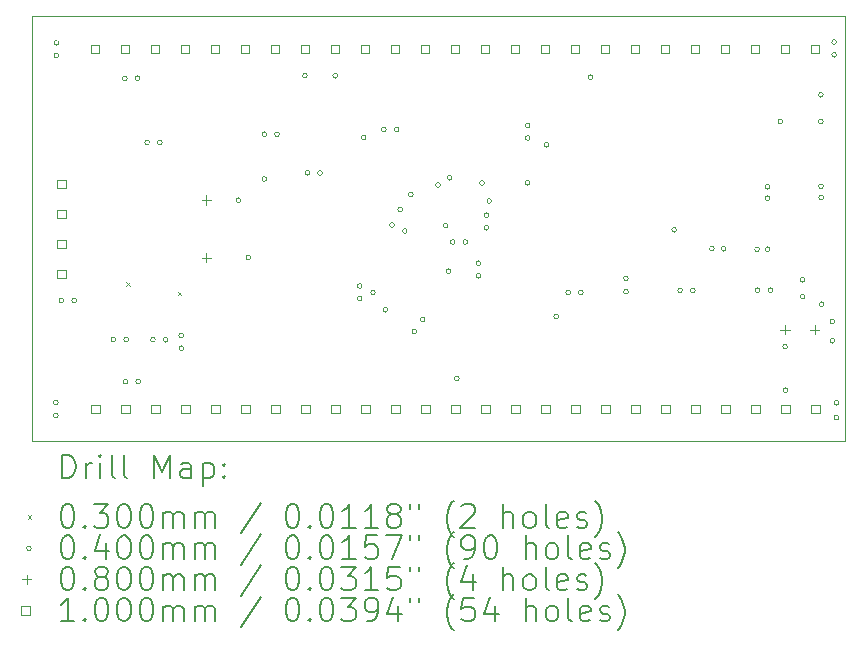
<source format=gbr>
%TF.GenerationSoftware,KiCad,Pcbnew,7.0.9*%
%TF.CreationDate,2024-03-19T10:53:32-03:00*%
%TF.ProjectId,CPU Stm32G431,43505520-5374-46d3-9332-473433312e6b,rev?*%
%TF.SameCoordinates,Original*%
%TF.FileFunction,Drillmap*%
%TF.FilePolarity,Positive*%
%FSLAX45Y45*%
G04 Gerber Fmt 4.5, Leading zero omitted, Abs format (unit mm)*
G04 Created by KiCad (PCBNEW 7.0.9) date 2024-03-19 10:53:32*
%MOMM*%
%LPD*%
G01*
G04 APERTURE LIST*
%ADD10C,0.100000*%
%ADD11C,0.200000*%
G04 APERTURE END LIST*
D10*
X18288000Y-8640000D02*
X18288000Y-12239000D01*
X11401000Y-8641000D02*
X18288000Y-8640000D01*
X18288000Y-12239000D02*
X11400000Y-12239000D01*
X11400000Y-12239000D02*
X11401000Y-8641000D01*
D11*
D10*
X12197000Y-10897000D02*
X12227000Y-10927000D01*
X12227000Y-10897000D02*
X12197000Y-10927000D01*
X12633000Y-10977000D02*
X12663000Y-11007000D01*
X12663000Y-10977000D02*
X12633000Y-11007000D01*
X11622500Y-11915000D02*
G75*
G03*
X11622500Y-11915000I-20000J0D01*
G01*
X11622500Y-12022500D02*
G75*
G03*
X11622500Y-12022500I-20000J0D01*
G01*
X11627500Y-8870000D02*
G75*
G03*
X11627500Y-8870000I-20000J0D01*
G01*
X11627500Y-8977500D02*
G75*
G03*
X11627500Y-8977500I-20000J0D01*
G01*
X11670000Y-11050000D02*
G75*
G03*
X11670000Y-11050000I-20000J0D01*
G01*
X11777500Y-11050000D02*
G75*
G03*
X11777500Y-11050000I-20000J0D01*
G01*
X12110000Y-11380000D02*
G75*
G03*
X12110000Y-11380000I-20000J0D01*
G01*
X12207000Y-9169500D02*
G75*
G03*
X12207000Y-9169500I-20000J0D01*
G01*
X12212500Y-11737500D02*
G75*
G03*
X12212500Y-11737500I-20000J0D01*
G01*
X12217500Y-11380000D02*
G75*
G03*
X12217500Y-11380000I-20000J0D01*
G01*
X12314500Y-9169500D02*
G75*
G03*
X12314500Y-9169500I-20000J0D01*
G01*
X12320000Y-11737500D02*
G75*
G03*
X12320000Y-11737500I-20000J0D01*
G01*
X12395000Y-9712500D02*
G75*
G03*
X12395000Y-9712500I-20000J0D01*
G01*
X12445000Y-11382500D02*
G75*
G03*
X12445000Y-11382500I-20000J0D01*
G01*
X12502500Y-9712500D02*
G75*
G03*
X12502500Y-9712500I-20000J0D01*
G01*
X12552500Y-11382500D02*
G75*
G03*
X12552500Y-11382500I-20000J0D01*
G01*
X12685000Y-11347500D02*
G75*
G03*
X12685000Y-11347500I-20000J0D01*
G01*
X12685000Y-11455000D02*
G75*
G03*
X12685000Y-11455000I-20000J0D01*
G01*
X13168000Y-10202000D02*
G75*
G03*
X13168000Y-10202000I-20000J0D01*
G01*
X13253000Y-10687000D02*
G75*
G03*
X13253000Y-10687000I-20000J0D01*
G01*
X13387500Y-9642500D02*
G75*
G03*
X13387500Y-9642500I-20000J0D01*
G01*
X13388000Y-10022000D02*
G75*
G03*
X13388000Y-10022000I-20000J0D01*
G01*
X13495000Y-9642500D02*
G75*
G03*
X13495000Y-9642500I-20000J0D01*
G01*
X13732000Y-9146000D02*
G75*
G03*
X13732000Y-9146000I-20000J0D01*
G01*
X13752500Y-9970000D02*
G75*
G03*
X13752500Y-9970000I-20000J0D01*
G01*
X13860000Y-9970000D02*
G75*
G03*
X13860000Y-9970000I-20000J0D01*
G01*
X13988000Y-9148000D02*
G75*
G03*
X13988000Y-9148000I-20000J0D01*
G01*
X14195000Y-10927500D02*
G75*
G03*
X14195000Y-10927500I-20000J0D01*
G01*
X14195000Y-11035000D02*
G75*
G03*
X14195000Y-11035000I-20000J0D01*
G01*
X14228000Y-9670000D02*
G75*
G03*
X14228000Y-9670000I-20000J0D01*
G01*
X14308000Y-10982000D02*
G75*
G03*
X14308000Y-10982000I-20000J0D01*
G01*
X14400000Y-9602500D02*
G75*
G03*
X14400000Y-9602500I-20000J0D01*
G01*
X14412000Y-11129500D02*
G75*
G03*
X14412000Y-11129500I-20000J0D01*
G01*
X14468000Y-10412000D02*
G75*
G03*
X14468000Y-10412000I-20000J0D01*
G01*
X14507500Y-9602500D02*
G75*
G03*
X14507500Y-9602500I-20000J0D01*
G01*
X14538000Y-10282000D02*
G75*
G03*
X14538000Y-10282000I-20000J0D01*
G01*
X14577000Y-10462000D02*
G75*
G03*
X14577000Y-10462000I-20000J0D01*
G01*
X14628000Y-10152000D02*
G75*
G03*
X14628000Y-10152000I-20000J0D01*
G01*
X14658000Y-11312000D02*
G75*
G03*
X14658000Y-11312000I-20000J0D01*
G01*
X14728000Y-11212000D02*
G75*
G03*
X14728000Y-11212000I-20000J0D01*
G01*
X14858000Y-10072000D02*
G75*
G03*
X14858000Y-10072000I-20000J0D01*
G01*
X14922000Y-10416000D02*
G75*
G03*
X14922000Y-10416000I-20000J0D01*
G01*
X14948000Y-10802000D02*
G75*
G03*
X14948000Y-10802000I-20000J0D01*
G01*
X14958000Y-10012000D02*
G75*
G03*
X14958000Y-10012000I-20000J0D01*
G01*
X14982500Y-10555000D02*
G75*
G03*
X14982500Y-10555000I-20000J0D01*
G01*
X15018000Y-11712000D02*
G75*
G03*
X15018000Y-11712000I-20000J0D01*
G01*
X15090000Y-10555000D02*
G75*
G03*
X15090000Y-10555000I-20000J0D01*
G01*
X15200000Y-10735000D02*
G75*
G03*
X15200000Y-10735000I-20000J0D01*
G01*
X15200000Y-10842500D02*
G75*
G03*
X15200000Y-10842500I-20000J0D01*
G01*
X15231000Y-10055000D02*
G75*
G03*
X15231000Y-10055000I-20000J0D01*
G01*
X15267500Y-10327500D02*
G75*
G03*
X15267500Y-10327500I-20000J0D01*
G01*
X15267500Y-10435000D02*
G75*
G03*
X15267500Y-10435000I-20000J0D01*
G01*
X15291750Y-10208250D02*
G75*
G03*
X15291750Y-10208250I-20000J0D01*
G01*
X15617000Y-10054500D02*
G75*
G03*
X15617000Y-10054500I-20000J0D01*
G01*
X15617500Y-9567500D02*
G75*
G03*
X15617500Y-9567500I-20000J0D01*
G01*
X15617500Y-9675000D02*
G75*
G03*
X15617500Y-9675000I-20000J0D01*
G01*
X15778000Y-9732000D02*
G75*
G03*
X15778000Y-9732000I-20000J0D01*
G01*
X15860000Y-11185000D02*
G75*
G03*
X15860000Y-11185000I-20000J0D01*
G01*
X15960000Y-10982500D02*
G75*
G03*
X15960000Y-10982500I-20000J0D01*
G01*
X16067500Y-10982500D02*
G75*
G03*
X16067500Y-10982500I-20000J0D01*
G01*
X16149500Y-9159500D02*
G75*
G03*
X16149500Y-9159500I-20000J0D01*
G01*
X16449500Y-10862000D02*
G75*
G03*
X16449500Y-10862000I-20000J0D01*
G01*
X16450000Y-10976000D02*
G75*
G03*
X16450000Y-10976000I-20000J0D01*
G01*
X16858000Y-10452000D02*
G75*
G03*
X16858000Y-10452000I-20000J0D01*
G01*
X16907500Y-10965000D02*
G75*
G03*
X16907500Y-10965000I-20000J0D01*
G01*
X17015000Y-10965000D02*
G75*
G03*
X17015000Y-10965000I-20000J0D01*
G01*
X17177000Y-10612000D02*
G75*
G03*
X17177000Y-10612000I-20000J0D01*
G01*
X17277000Y-10612000D02*
G75*
G03*
X17277000Y-10612000I-20000J0D01*
G01*
X17559500Y-10617000D02*
G75*
G03*
X17559500Y-10617000I-20000J0D01*
G01*
X17565000Y-10962500D02*
G75*
G03*
X17565000Y-10962500I-20000J0D01*
G01*
X17647000Y-10089000D02*
G75*
G03*
X17647000Y-10089000I-20000J0D01*
G01*
X17647000Y-10184500D02*
G75*
G03*
X17647000Y-10184500I-20000J0D01*
G01*
X17649500Y-10617000D02*
G75*
G03*
X17649500Y-10617000I-20000J0D01*
G01*
X17672500Y-10962500D02*
G75*
G03*
X17672500Y-10962500I-20000J0D01*
G01*
X17757000Y-9534500D02*
G75*
G03*
X17757000Y-9534500I-20000J0D01*
G01*
X17797000Y-11442000D02*
G75*
G03*
X17797000Y-11442000I-20000J0D01*
G01*
X17799500Y-11809500D02*
G75*
G03*
X17799500Y-11809500I-20000J0D01*
G01*
X17944500Y-10874500D02*
G75*
G03*
X17944500Y-10874500I-20000J0D01*
G01*
X17944500Y-11017000D02*
G75*
G03*
X17944500Y-11017000I-20000J0D01*
G01*
X18099500Y-9309500D02*
G75*
G03*
X18099500Y-9309500I-20000J0D01*
G01*
X18099500Y-9534500D02*
G75*
G03*
X18099500Y-9534500I-20000J0D01*
G01*
X18101000Y-10084000D02*
G75*
G03*
X18101000Y-10084000I-20000J0D01*
G01*
X18102000Y-10179500D02*
G75*
G03*
X18102000Y-10179500I-20000J0D01*
G01*
X18107000Y-11082000D02*
G75*
G03*
X18107000Y-11082000I-20000J0D01*
G01*
X18197000Y-11227000D02*
G75*
G03*
X18197000Y-11227000I-20000J0D01*
G01*
X18197000Y-11392000D02*
G75*
G03*
X18197000Y-11392000I-20000J0D01*
G01*
X18212500Y-8862500D02*
G75*
G03*
X18212500Y-8862500I-20000J0D01*
G01*
X18212500Y-8970000D02*
G75*
G03*
X18212500Y-8970000I-20000J0D01*
G01*
X18232000Y-11917000D02*
G75*
G03*
X18232000Y-11917000I-20000J0D01*
G01*
X18232000Y-12042000D02*
G75*
G03*
X18232000Y-12042000I-20000J0D01*
G01*
X12876000Y-10159000D02*
X12876000Y-10239000D01*
X12836000Y-10199000D02*
X12916000Y-10199000D01*
X12876000Y-10647000D02*
X12876000Y-10727000D01*
X12836000Y-10687000D02*
X12916000Y-10687000D01*
X17777489Y-11257000D02*
X17777489Y-11337000D01*
X17737489Y-11297000D02*
X17817489Y-11297000D01*
X18027489Y-11257000D02*
X18027489Y-11337000D01*
X17987489Y-11297000D02*
X18067489Y-11297000D01*
X11685856Y-10097356D02*
X11685856Y-10026644D01*
X11615144Y-10026644D01*
X11615144Y-10097356D01*
X11685856Y-10097356D01*
X11685856Y-10351356D02*
X11685856Y-10280644D01*
X11615144Y-10280644D01*
X11615144Y-10351356D01*
X11685856Y-10351356D01*
X11685856Y-10605356D02*
X11685856Y-10534644D01*
X11615144Y-10534644D01*
X11615144Y-10605356D01*
X11685856Y-10605356D01*
X11685856Y-10859356D02*
X11685856Y-10788644D01*
X11615144Y-10788644D01*
X11615144Y-10859356D01*
X11685856Y-10859356D01*
X11969356Y-8954356D02*
X11969356Y-8883644D01*
X11898644Y-8883644D01*
X11898644Y-8954356D01*
X11969356Y-8954356D01*
X11972356Y-12002356D02*
X11972356Y-11931644D01*
X11901644Y-11931644D01*
X11901644Y-12002356D01*
X11972356Y-12002356D01*
X12223356Y-8954356D02*
X12223356Y-8883644D01*
X12152644Y-8883644D01*
X12152644Y-8954356D01*
X12223356Y-8954356D01*
X12226356Y-12002356D02*
X12226356Y-11931644D01*
X12155644Y-11931644D01*
X12155644Y-12002356D01*
X12226356Y-12002356D01*
X12477356Y-8954356D02*
X12477356Y-8883644D01*
X12406644Y-8883644D01*
X12406644Y-8954356D01*
X12477356Y-8954356D01*
X12480356Y-12002356D02*
X12480356Y-11931644D01*
X12409644Y-11931644D01*
X12409644Y-12002356D01*
X12480356Y-12002356D01*
X12731356Y-8954356D02*
X12731356Y-8883644D01*
X12660644Y-8883644D01*
X12660644Y-8954356D01*
X12731356Y-8954356D01*
X12734356Y-12002356D02*
X12734356Y-11931644D01*
X12663644Y-11931644D01*
X12663644Y-12002356D01*
X12734356Y-12002356D01*
X12985356Y-8954356D02*
X12985356Y-8883644D01*
X12914644Y-8883644D01*
X12914644Y-8954356D01*
X12985356Y-8954356D01*
X12988356Y-12002356D02*
X12988356Y-11931644D01*
X12917644Y-11931644D01*
X12917644Y-12002356D01*
X12988356Y-12002356D01*
X13239356Y-8954356D02*
X13239356Y-8883644D01*
X13168644Y-8883644D01*
X13168644Y-8954356D01*
X13239356Y-8954356D01*
X13242356Y-12002356D02*
X13242356Y-11931644D01*
X13171644Y-11931644D01*
X13171644Y-12002356D01*
X13242356Y-12002356D01*
X13493356Y-8954356D02*
X13493356Y-8883644D01*
X13422644Y-8883644D01*
X13422644Y-8954356D01*
X13493356Y-8954356D01*
X13496356Y-12002356D02*
X13496356Y-11931644D01*
X13425644Y-11931644D01*
X13425644Y-12002356D01*
X13496356Y-12002356D01*
X13747356Y-8954356D02*
X13747356Y-8883644D01*
X13676644Y-8883644D01*
X13676644Y-8954356D01*
X13747356Y-8954356D01*
X13750356Y-12002356D02*
X13750356Y-11931644D01*
X13679644Y-11931644D01*
X13679644Y-12002356D01*
X13750356Y-12002356D01*
X14001356Y-8954356D02*
X14001356Y-8883644D01*
X13930644Y-8883644D01*
X13930644Y-8954356D01*
X14001356Y-8954356D01*
X14004356Y-12002356D02*
X14004356Y-11931644D01*
X13933644Y-11931644D01*
X13933644Y-12002356D01*
X14004356Y-12002356D01*
X14255356Y-8954356D02*
X14255356Y-8883644D01*
X14184644Y-8883644D01*
X14184644Y-8954356D01*
X14255356Y-8954356D01*
X14258356Y-12002356D02*
X14258356Y-11931644D01*
X14187644Y-11931644D01*
X14187644Y-12002356D01*
X14258356Y-12002356D01*
X14509356Y-8954356D02*
X14509356Y-8883644D01*
X14438644Y-8883644D01*
X14438644Y-8954356D01*
X14509356Y-8954356D01*
X14512356Y-12002356D02*
X14512356Y-11931644D01*
X14441644Y-11931644D01*
X14441644Y-12002356D01*
X14512356Y-12002356D01*
X14763356Y-8954356D02*
X14763356Y-8883644D01*
X14692644Y-8883644D01*
X14692644Y-8954356D01*
X14763356Y-8954356D01*
X14766356Y-12002356D02*
X14766356Y-11931644D01*
X14695644Y-11931644D01*
X14695644Y-12002356D01*
X14766356Y-12002356D01*
X15017356Y-8954356D02*
X15017356Y-8883644D01*
X14946644Y-8883644D01*
X14946644Y-8954356D01*
X15017356Y-8954356D01*
X15020356Y-12002356D02*
X15020356Y-11931644D01*
X14949644Y-11931644D01*
X14949644Y-12002356D01*
X15020356Y-12002356D01*
X15271356Y-8954356D02*
X15271356Y-8883644D01*
X15200644Y-8883644D01*
X15200644Y-8954356D01*
X15271356Y-8954356D01*
X15274356Y-12002356D02*
X15274356Y-11931644D01*
X15203644Y-11931644D01*
X15203644Y-12002356D01*
X15274356Y-12002356D01*
X15525356Y-8954356D02*
X15525356Y-8883644D01*
X15454644Y-8883644D01*
X15454644Y-8954356D01*
X15525356Y-8954356D01*
X15528356Y-12002356D02*
X15528356Y-11931644D01*
X15457644Y-11931644D01*
X15457644Y-12002356D01*
X15528356Y-12002356D01*
X15779356Y-8954356D02*
X15779356Y-8883644D01*
X15708644Y-8883644D01*
X15708644Y-8954356D01*
X15779356Y-8954356D01*
X15782356Y-12002356D02*
X15782356Y-11931644D01*
X15711644Y-11931644D01*
X15711644Y-12002356D01*
X15782356Y-12002356D01*
X16033356Y-8954356D02*
X16033356Y-8883644D01*
X15962644Y-8883644D01*
X15962644Y-8954356D01*
X16033356Y-8954356D01*
X16036356Y-12002356D02*
X16036356Y-11931644D01*
X15965644Y-11931644D01*
X15965644Y-12002356D01*
X16036356Y-12002356D01*
X16287356Y-8954356D02*
X16287356Y-8883644D01*
X16216644Y-8883644D01*
X16216644Y-8954356D01*
X16287356Y-8954356D01*
X16290356Y-12002356D02*
X16290356Y-11931644D01*
X16219644Y-11931644D01*
X16219644Y-12002356D01*
X16290356Y-12002356D01*
X16541356Y-8954356D02*
X16541356Y-8883644D01*
X16470644Y-8883644D01*
X16470644Y-8954356D01*
X16541356Y-8954356D01*
X16544356Y-12002356D02*
X16544356Y-11931644D01*
X16473644Y-11931644D01*
X16473644Y-12002356D01*
X16544356Y-12002356D01*
X16795356Y-8954356D02*
X16795356Y-8883644D01*
X16724644Y-8883644D01*
X16724644Y-8954356D01*
X16795356Y-8954356D01*
X16798356Y-12002356D02*
X16798356Y-11931644D01*
X16727644Y-11931644D01*
X16727644Y-12002356D01*
X16798356Y-12002356D01*
X17049356Y-8954356D02*
X17049356Y-8883644D01*
X16978644Y-8883644D01*
X16978644Y-8954356D01*
X17049356Y-8954356D01*
X17052356Y-12002356D02*
X17052356Y-11931644D01*
X16981644Y-11931644D01*
X16981644Y-12002356D01*
X17052356Y-12002356D01*
X17303356Y-8954356D02*
X17303356Y-8883644D01*
X17232644Y-8883644D01*
X17232644Y-8954356D01*
X17303356Y-8954356D01*
X17306356Y-12002356D02*
X17306356Y-11931644D01*
X17235644Y-11931644D01*
X17235644Y-12002356D01*
X17306356Y-12002356D01*
X17557356Y-8954356D02*
X17557356Y-8883644D01*
X17486644Y-8883644D01*
X17486644Y-8954356D01*
X17557356Y-8954356D01*
X17560356Y-12002356D02*
X17560356Y-11931644D01*
X17489644Y-11931644D01*
X17489644Y-12002356D01*
X17560356Y-12002356D01*
X17811356Y-8954356D02*
X17811356Y-8883644D01*
X17740644Y-8883644D01*
X17740644Y-8954356D01*
X17811356Y-8954356D01*
X17814356Y-12002356D02*
X17814356Y-11931644D01*
X17743644Y-11931644D01*
X17743644Y-12002356D01*
X17814356Y-12002356D01*
X18065356Y-8954356D02*
X18065356Y-8883644D01*
X17994644Y-8883644D01*
X17994644Y-8954356D01*
X18065356Y-8954356D01*
X18068356Y-12002356D02*
X18068356Y-11931644D01*
X17997644Y-11931644D01*
X17997644Y-12002356D01*
X18068356Y-12002356D01*
D11*
X11655777Y-12555484D02*
X11655777Y-12355484D01*
X11655777Y-12355484D02*
X11703396Y-12355484D01*
X11703396Y-12355484D02*
X11731967Y-12365008D01*
X11731967Y-12365008D02*
X11751015Y-12384055D01*
X11751015Y-12384055D02*
X11760539Y-12403103D01*
X11760539Y-12403103D02*
X11770062Y-12441198D01*
X11770062Y-12441198D02*
X11770062Y-12469769D01*
X11770062Y-12469769D02*
X11760539Y-12507865D01*
X11760539Y-12507865D02*
X11751015Y-12526912D01*
X11751015Y-12526912D02*
X11731967Y-12545960D01*
X11731967Y-12545960D02*
X11703396Y-12555484D01*
X11703396Y-12555484D02*
X11655777Y-12555484D01*
X11855777Y-12555484D02*
X11855777Y-12422150D01*
X11855777Y-12460246D02*
X11865301Y-12441198D01*
X11865301Y-12441198D02*
X11874824Y-12431674D01*
X11874824Y-12431674D02*
X11893872Y-12422150D01*
X11893872Y-12422150D02*
X11912920Y-12422150D01*
X11979586Y-12555484D02*
X11979586Y-12422150D01*
X11979586Y-12355484D02*
X11970062Y-12365008D01*
X11970062Y-12365008D02*
X11979586Y-12374531D01*
X11979586Y-12374531D02*
X11989110Y-12365008D01*
X11989110Y-12365008D02*
X11979586Y-12355484D01*
X11979586Y-12355484D02*
X11979586Y-12374531D01*
X12103396Y-12555484D02*
X12084348Y-12545960D01*
X12084348Y-12545960D02*
X12074824Y-12526912D01*
X12074824Y-12526912D02*
X12074824Y-12355484D01*
X12208158Y-12555484D02*
X12189110Y-12545960D01*
X12189110Y-12545960D02*
X12179586Y-12526912D01*
X12179586Y-12526912D02*
X12179586Y-12355484D01*
X12436729Y-12555484D02*
X12436729Y-12355484D01*
X12436729Y-12355484D02*
X12503396Y-12498341D01*
X12503396Y-12498341D02*
X12570062Y-12355484D01*
X12570062Y-12355484D02*
X12570062Y-12555484D01*
X12751015Y-12555484D02*
X12751015Y-12450722D01*
X12751015Y-12450722D02*
X12741491Y-12431674D01*
X12741491Y-12431674D02*
X12722443Y-12422150D01*
X12722443Y-12422150D02*
X12684348Y-12422150D01*
X12684348Y-12422150D02*
X12665301Y-12431674D01*
X12751015Y-12545960D02*
X12731967Y-12555484D01*
X12731967Y-12555484D02*
X12684348Y-12555484D01*
X12684348Y-12555484D02*
X12665301Y-12545960D01*
X12665301Y-12545960D02*
X12655777Y-12526912D01*
X12655777Y-12526912D02*
X12655777Y-12507865D01*
X12655777Y-12507865D02*
X12665301Y-12488817D01*
X12665301Y-12488817D02*
X12684348Y-12479293D01*
X12684348Y-12479293D02*
X12731967Y-12479293D01*
X12731967Y-12479293D02*
X12751015Y-12469769D01*
X12846253Y-12422150D02*
X12846253Y-12622150D01*
X12846253Y-12431674D02*
X12865301Y-12422150D01*
X12865301Y-12422150D02*
X12903396Y-12422150D01*
X12903396Y-12422150D02*
X12922443Y-12431674D01*
X12922443Y-12431674D02*
X12931967Y-12441198D01*
X12931967Y-12441198D02*
X12941491Y-12460246D01*
X12941491Y-12460246D02*
X12941491Y-12517388D01*
X12941491Y-12517388D02*
X12931967Y-12536436D01*
X12931967Y-12536436D02*
X12922443Y-12545960D01*
X12922443Y-12545960D02*
X12903396Y-12555484D01*
X12903396Y-12555484D02*
X12865301Y-12555484D01*
X12865301Y-12555484D02*
X12846253Y-12545960D01*
X13027205Y-12536436D02*
X13036729Y-12545960D01*
X13036729Y-12545960D02*
X13027205Y-12555484D01*
X13027205Y-12555484D02*
X13017682Y-12545960D01*
X13017682Y-12545960D02*
X13027205Y-12536436D01*
X13027205Y-12536436D02*
X13027205Y-12555484D01*
X13027205Y-12431674D02*
X13036729Y-12441198D01*
X13036729Y-12441198D02*
X13027205Y-12450722D01*
X13027205Y-12450722D02*
X13017682Y-12441198D01*
X13017682Y-12441198D02*
X13027205Y-12431674D01*
X13027205Y-12431674D02*
X13027205Y-12450722D01*
D10*
X11365000Y-12869000D02*
X11395000Y-12899000D01*
X11395000Y-12869000D02*
X11365000Y-12899000D01*
D11*
X11693872Y-12775484D02*
X11712920Y-12775484D01*
X11712920Y-12775484D02*
X11731967Y-12785008D01*
X11731967Y-12785008D02*
X11741491Y-12794531D01*
X11741491Y-12794531D02*
X11751015Y-12813579D01*
X11751015Y-12813579D02*
X11760539Y-12851674D01*
X11760539Y-12851674D02*
X11760539Y-12899293D01*
X11760539Y-12899293D02*
X11751015Y-12937388D01*
X11751015Y-12937388D02*
X11741491Y-12956436D01*
X11741491Y-12956436D02*
X11731967Y-12965960D01*
X11731967Y-12965960D02*
X11712920Y-12975484D01*
X11712920Y-12975484D02*
X11693872Y-12975484D01*
X11693872Y-12975484D02*
X11674824Y-12965960D01*
X11674824Y-12965960D02*
X11665301Y-12956436D01*
X11665301Y-12956436D02*
X11655777Y-12937388D01*
X11655777Y-12937388D02*
X11646253Y-12899293D01*
X11646253Y-12899293D02*
X11646253Y-12851674D01*
X11646253Y-12851674D02*
X11655777Y-12813579D01*
X11655777Y-12813579D02*
X11665301Y-12794531D01*
X11665301Y-12794531D02*
X11674824Y-12785008D01*
X11674824Y-12785008D02*
X11693872Y-12775484D01*
X11846253Y-12956436D02*
X11855777Y-12965960D01*
X11855777Y-12965960D02*
X11846253Y-12975484D01*
X11846253Y-12975484D02*
X11836729Y-12965960D01*
X11836729Y-12965960D02*
X11846253Y-12956436D01*
X11846253Y-12956436D02*
X11846253Y-12975484D01*
X11922443Y-12775484D02*
X12046253Y-12775484D01*
X12046253Y-12775484D02*
X11979586Y-12851674D01*
X11979586Y-12851674D02*
X12008158Y-12851674D01*
X12008158Y-12851674D02*
X12027205Y-12861198D01*
X12027205Y-12861198D02*
X12036729Y-12870722D01*
X12036729Y-12870722D02*
X12046253Y-12889769D01*
X12046253Y-12889769D02*
X12046253Y-12937388D01*
X12046253Y-12937388D02*
X12036729Y-12956436D01*
X12036729Y-12956436D02*
X12027205Y-12965960D01*
X12027205Y-12965960D02*
X12008158Y-12975484D01*
X12008158Y-12975484D02*
X11951015Y-12975484D01*
X11951015Y-12975484D02*
X11931967Y-12965960D01*
X11931967Y-12965960D02*
X11922443Y-12956436D01*
X12170062Y-12775484D02*
X12189110Y-12775484D01*
X12189110Y-12775484D02*
X12208158Y-12785008D01*
X12208158Y-12785008D02*
X12217682Y-12794531D01*
X12217682Y-12794531D02*
X12227205Y-12813579D01*
X12227205Y-12813579D02*
X12236729Y-12851674D01*
X12236729Y-12851674D02*
X12236729Y-12899293D01*
X12236729Y-12899293D02*
X12227205Y-12937388D01*
X12227205Y-12937388D02*
X12217682Y-12956436D01*
X12217682Y-12956436D02*
X12208158Y-12965960D01*
X12208158Y-12965960D02*
X12189110Y-12975484D01*
X12189110Y-12975484D02*
X12170062Y-12975484D01*
X12170062Y-12975484D02*
X12151015Y-12965960D01*
X12151015Y-12965960D02*
X12141491Y-12956436D01*
X12141491Y-12956436D02*
X12131967Y-12937388D01*
X12131967Y-12937388D02*
X12122443Y-12899293D01*
X12122443Y-12899293D02*
X12122443Y-12851674D01*
X12122443Y-12851674D02*
X12131967Y-12813579D01*
X12131967Y-12813579D02*
X12141491Y-12794531D01*
X12141491Y-12794531D02*
X12151015Y-12785008D01*
X12151015Y-12785008D02*
X12170062Y-12775484D01*
X12360539Y-12775484D02*
X12379586Y-12775484D01*
X12379586Y-12775484D02*
X12398634Y-12785008D01*
X12398634Y-12785008D02*
X12408158Y-12794531D01*
X12408158Y-12794531D02*
X12417682Y-12813579D01*
X12417682Y-12813579D02*
X12427205Y-12851674D01*
X12427205Y-12851674D02*
X12427205Y-12899293D01*
X12427205Y-12899293D02*
X12417682Y-12937388D01*
X12417682Y-12937388D02*
X12408158Y-12956436D01*
X12408158Y-12956436D02*
X12398634Y-12965960D01*
X12398634Y-12965960D02*
X12379586Y-12975484D01*
X12379586Y-12975484D02*
X12360539Y-12975484D01*
X12360539Y-12975484D02*
X12341491Y-12965960D01*
X12341491Y-12965960D02*
X12331967Y-12956436D01*
X12331967Y-12956436D02*
X12322443Y-12937388D01*
X12322443Y-12937388D02*
X12312920Y-12899293D01*
X12312920Y-12899293D02*
X12312920Y-12851674D01*
X12312920Y-12851674D02*
X12322443Y-12813579D01*
X12322443Y-12813579D02*
X12331967Y-12794531D01*
X12331967Y-12794531D02*
X12341491Y-12785008D01*
X12341491Y-12785008D02*
X12360539Y-12775484D01*
X12512920Y-12975484D02*
X12512920Y-12842150D01*
X12512920Y-12861198D02*
X12522443Y-12851674D01*
X12522443Y-12851674D02*
X12541491Y-12842150D01*
X12541491Y-12842150D02*
X12570063Y-12842150D01*
X12570063Y-12842150D02*
X12589110Y-12851674D01*
X12589110Y-12851674D02*
X12598634Y-12870722D01*
X12598634Y-12870722D02*
X12598634Y-12975484D01*
X12598634Y-12870722D02*
X12608158Y-12851674D01*
X12608158Y-12851674D02*
X12627205Y-12842150D01*
X12627205Y-12842150D02*
X12655777Y-12842150D01*
X12655777Y-12842150D02*
X12674824Y-12851674D01*
X12674824Y-12851674D02*
X12684348Y-12870722D01*
X12684348Y-12870722D02*
X12684348Y-12975484D01*
X12779586Y-12975484D02*
X12779586Y-12842150D01*
X12779586Y-12861198D02*
X12789110Y-12851674D01*
X12789110Y-12851674D02*
X12808158Y-12842150D01*
X12808158Y-12842150D02*
X12836729Y-12842150D01*
X12836729Y-12842150D02*
X12855777Y-12851674D01*
X12855777Y-12851674D02*
X12865301Y-12870722D01*
X12865301Y-12870722D02*
X12865301Y-12975484D01*
X12865301Y-12870722D02*
X12874824Y-12851674D01*
X12874824Y-12851674D02*
X12893872Y-12842150D01*
X12893872Y-12842150D02*
X12922443Y-12842150D01*
X12922443Y-12842150D02*
X12941491Y-12851674D01*
X12941491Y-12851674D02*
X12951015Y-12870722D01*
X12951015Y-12870722D02*
X12951015Y-12975484D01*
X13341491Y-12765960D02*
X13170063Y-13023103D01*
X13598634Y-12775484D02*
X13617682Y-12775484D01*
X13617682Y-12775484D02*
X13636729Y-12785008D01*
X13636729Y-12785008D02*
X13646253Y-12794531D01*
X13646253Y-12794531D02*
X13655777Y-12813579D01*
X13655777Y-12813579D02*
X13665301Y-12851674D01*
X13665301Y-12851674D02*
X13665301Y-12899293D01*
X13665301Y-12899293D02*
X13655777Y-12937388D01*
X13655777Y-12937388D02*
X13646253Y-12956436D01*
X13646253Y-12956436D02*
X13636729Y-12965960D01*
X13636729Y-12965960D02*
X13617682Y-12975484D01*
X13617682Y-12975484D02*
X13598634Y-12975484D01*
X13598634Y-12975484D02*
X13579586Y-12965960D01*
X13579586Y-12965960D02*
X13570063Y-12956436D01*
X13570063Y-12956436D02*
X13560539Y-12937388D01*
X13560539Y-12937388D02*
X13551015Y-12899293D01*
X13551015Y-12899293D02*
X13551015Y-12851674D01*
X13551015Y-12851674D02*
X13560539Y-12813579D01*
X13560539Y-12813579D02*
X13570063Y-12794531D01*
X13570063Y-12794531D02*
X13579586Y-12785008D01*
X13579586Y-12785008D02*
X13598634Y-12775484D01*
X13751015Y-12956436D02*
X13760539Y-12965960D01*
X13760539Y-12965960D02*
X13751015Y-12975484D01*
X13751015Y-12975484D02*
X13741491Y-12965960D01*
X13741491Y-12965960D02*
X13751015Y-12956436D01*
X13751015Y-12956436D02*
X13751015Y-12975484D01*
X13884348Y-12775484D02*
X13903396Y-12775484D01*
X13903396Y-12775484D02*
X13922444Y-12785008D01*
X13922444Y-12785008D02*
X13931967Y-12794531D01*
X13931967Y-12794531D02*
X13941491Y-12813579D01*
X13941491Y-12813579D02*
X13951015Y-12851674D01*
X13951015Y-12851674D02*
X13951015Y-12899293D01*
X13951015Y-12899293D02*
X13941491Y-12937388D01*
X13941491Y-12937388D02*
X13931967Y-12956436D01*
X13931967Y-12956436D02*
X13922444Y-12965960D01*
X13922444Y-12965960D02*
X13903396Y-12975484D01*
X13903396Y-12975484D02*
X13884348Y-12975484D01*
X13884348Y-12975484D02*
X13865301Y-12965960D01*
X13865301Y-12965960D02*
X13855777Y-12956436D01*
X13855777Y-12956436D02*
X13846253Y-12937388D01*
X13846253Y-12937388D02*
X13836729Y-12899293D01*
X13836729Y-12899293D02*
X13836729Y-12851674D01*
X13836729Y-12851674D02*
X13846253Y-12813579D01*
X13846253Y-12813579D02*
X13855777Y-12794531D01*
X13855777Y-12794531D02*
X13865301Y-12785008D01*
X13865301Y-12785008D02*
X13884348Y-12775484D01*
X14141491Y-12975484D02*
X14027206Y-12975484D01*
X14084348Y-12975484D02*
X14084348Y-12775484D01*
X14084348Y-12775484D02*
X14065301Y-12804055D01*
X14065301Y-12804055D02*
X14046253Y-12823103D01*
X14046253Y-12823103D02*
X14027206Y-12832627D01*
X14331967Y-12975484D02*
X14217682Y-12975484D01*
X14274825Y-12975484D02*
X14274825Y-12775484D01*
X14274825Y-12775484D02*
X14255777Y-12804055D01*
X14255777Y-12804055D02*
X14236729Y-12823103D01*
X14236729Y-12823103D02*
X14217682Y-12832627D01*
X14446253Y-12861198D02*
X14427206Y-12851674D01*
X14427206Y-12851674D02*
X14417682Y-12842150D01*
X14417682Y-12842150D02*
X14408158Y-12823103D01*
X14408158Y-12823103D02*
X14408158Y-12813579D01*
X14408158Y-12813579D02*
X14417682Y-12794531D01*
X14417682Y-12794531D02*
X14427206Y-12785008D01*
X14427206Y-12785008D02*
X14446253Y-12775484D01*
X14446253Y-12775484D02*
X14484348Y-12775484D01*
X14484348Y-12775484D02*
X14503396Y-12785008D01*
X14503396Y-12785008D02*
X14512920Y-12794531D01*
X14512920Y-12794531D02*
X14522444Y-12813579D01*
X14522444Y-12813579D02*
X14522444Y-12823103D01*
X14522444Y-12823103D02*
X14512920Y-12842150D01*
X14512920Y-12842150D02*
X14503396Y-12851674D01*
X14503396Y-12851674D02*
X14484348Y-12861198D01*
X14484348Y-12861198D02*
X14446253Y-12861198D01*
X14446253Y-12861198D02*
X14427206Y-12870722D01*
X14427206Y-12870722D02*
X14417682Y-12880246D01*
X14417682Y-12880246D02*
X14408158Y-12899293D01*
X14408158Y-12899293D02*
X14408158Y-12937388D01*
X14408158Y-12937388D02*
X14417682Y-12956436D01*
X14417682Y-12956436D02*
X14427206Y-12965960D01*
X14427206Y-12965960D02*
X14446253Y-12975484D01*
X14446253Y-12975484D02*
X14484348Y-12975484D01*
X14484348Y-12975484D02*
X14503396Y-12965960D01*
X14503396Y-12965960D02*
X14512920Y-12956436D01*
X14512920Y-12956436D02*
X14522444Y-12937388D01*
X14522444Y-12937388D02*
X14522444Y-12899293D01*
X14522444Y-12899293D02*
X14512920Y-12880246D01*
X14512920Y-12880246D02*
X14503396Y-12870722D01*
X14503396Y-12870722D02*
X14484348Y-12861198D01*
X14598634Y-12775484D02*
X14598634Y-12813579D01*
X14674825Y-12775484D02*
X14674825Y-12813579D01*
X14970063Y-13051674D02*
X14960539Y-13042150D01*
X14960539Y-13042150D02*
X14941491Y-13013579D01*
X14941491Y-13013579D02*
X14931968Y-12994531D01*
X14931968Y-12994531D02*
X14922444Y-12965960D01*
X14922444Y-12965960D02*
X14912920Y-12918341D01*
X14912920Y-12918341D02*
X14912920Y-12880246D01*
X14912920Y-12880246D02*
X14922444Y-12832627D01*
X14922444Y-12832627D02*
X14931968Y-12804055D01*
X14931968Y-12804055D02*
X14941491Y-12785008D01*
X14941491Y-12785008D02*
X14960539Y-12756436D01*
X14960539Y-12756436D02*
X14970063Y-12746912D01*
X15036729Y-12794531D02*
X15046253Y-12785008D01*
X15046253Y-12785008D02*
X15065301Y-12775484D01*
X15065301Y-12775484D02*
X15112920Y-12775484D01*
X15112920Y-12775484D02*
X15131968Y-12785008D01*
X15131968Y-12785008D02*
X15141491Y-12794531D01*
X15141491Y-12794531D02*
X15151015Y-12813579D01*
X15151015Y-12813579D02*
X15151015Y-12832627D01*
X15151015Y-12832627D02*
X15141491Y-12861198D01*
X15141491Y-12861198D02*
X15027206Y-12975484D01*
X15027206Y-12975484D02*
X15151015Y-12975484D01*
X15389110Y-12975484D02*
X15389110Y-12775484D01*
X15474825Y-12975484D02*
X15474825Y-12870722D01*
X15474825Y-12870722D02*
X15465301Y-12851674D01*
X15465301Y-12851674D02*
X15446253Y-12842150D01*
X15446253Y-12842150D02*
X15417682Y-12842150D01*
X15417682Y-12842150D02*
X15398634Y-12851674D01*
X15398634Y-12851674D02*
X15389110Y-12861198D01*
X15598634Y-12975484D02*
X15579587Y-12965960D01*
X15579587Y-12965960D02*
X15570063Y-12956436D01*
X15570063Y-12956436D02*
X15560539Y-12937388D01*
X15560539Y-12937388D02*
X15560539Y-12880246D01*
X15560539Y-12880246D02*
X15570063Y-12861198D01*
X15570063Y-12861198D02*
X15579587Y-12851674D01*
X15579587Y-12851674D02*
X15598634Y-12842150D01*
X15598634Y-12842150D02*
X15627206Y-12842150D01*
X15627206Y-12842150D02*
X15646253Y-12851674D01*
X15646253Y-12851674D02*
X15655777Y-12861198D01*
X15655777Y-12861198D02*
X15665301Y-12880246D01*
X15665301Y-12880246D02*
X15665301Y-12937388D01*
X15665301Y-12937388D02*
X15655777Y-12956436D01*
X15655777Y-12956436D02*
X15646253Y-12965960D01*
X15646253Y-12965960D02*
X15627206Y-12975484D01*
X15627206Y-12975484D02*
X15598634Y-12975484D01*
X15779587Y-12975484D02*
X15760539Y-12965960D01*
X15760539Y-12965960D02*
X15751015Y-12946912D01*
X15751015Y-12946912D02*
X15751015Y-12775484D01*
X15931968Y-12965960D02*
X15912920Y-12975484D01*
X15912920Y-12975484D02*
X15874825Y-12975484D01*
X15874825Y-12975484D02*
X15855777Y-12965960D01*
X15855777Y-12965960D02*
X15846253Y-12946912D01*
X15846253Y-12946912D02*
X15846253Y-12870722D01*
X15846253Y-12870722D02*
X15855777Y-12851674D01*
X15855777Y-12851674D02*
X15874825Y-12842150D01*
X15874825Y-12842150D02*
X15912920Y-12842150D01*
X15912920Y-12842150D02*
X15931968Y-12851674D01*
X15931968Y-12851674D02*
X15941491Y-12870722D01*
X15941491Y-12870722D02*
X15941491Y-12889769D01*
X15941491Y-12889769D02*
X15846253Y-12908817D01*
X16017682Y-12965960D02*
X16036730Y-12975484D01*
X16036730Y-12975484D02*
X16074825Y-12975484D01*
X16074825Y-12975484D02*
X16093872Y-12965960D01*
X16093872Y-12965960D02*
X16103396Y-12946912D01*
X16103396Y-12946912D02*
X16103396Y-12937388D01*
X16103396Y-12937388D02*
X16093872Y-12918341D01*
X16093872Y-12918341D02*
X16074825Y-12908817D01*
X16074825Y-12908817D02*
X16046253Y-12908817D01*
X16046253Y-12908817D02*
X16027206Y-12899293D01*
X16027206Y-12899293D02*
X16017682Y-12880246D01*
X16017682Y-12880246D02*
X16017682Y-12870722D01*
X16017682Y-12870722D02*
X16027206Y-12851674D01*
X16027206Y-12851674D02*
X16046253Y-12842150D01*
X16046253Y-12842150D02*
X16074825Y-12842150D01*
X16074825Y-12842150D02*
X16093872Y-12851674D01*
X16170063Y-13051674D02*
X16179587Y-13042150D01*
X16179587Y-13042150D02*
X16198634Y-13013579D01*
X16198634Y-13013579D02*
X16208158Y-12994531D01*
X16208158Y-12994531D02*
X16217682Y-12965960D01*
X16217682Y-12965960D02*
X16227206Y-12918341D01*
X16227206Y-12918341D02*
X16227206Y-12880246D01*
X16227206Y-12880246D02*
X16217682Y-12832627D01*
X16217682Y-12832627D02*
X16208158Y-12804055D01*
X16208158Y-12804055D02*
X16198634Y-12785008D01*
X16198634Y-12785008D02*
X16179587Y-12756436D01*
X16179587Y-12756436D02*
X16170063Y-12746912D01*
D10*
X11395000Y-13148000D02*
G75*
G03*
X11395000Y-13148000I-20000J0D01*
G01*
D11*
X11693872Y-13039484D02*
X11712920Y-13039484D01*
X11712920Y-13039484D02*
X11731967Y-13049008D01*
X11731967Y-13049008D02*
X11741491Y-13058531D01*
X11741491Y-13058531D02*
X11751015Y-13077579D01*
X11751015Y-13077579D02*
X11760539Y-13115674D01*
X11760539Y-13115674D02*
X11760539Y-13163293D01*
X11760539Y-13163293D02*
X11751015Y-13201388D01*
X11751015Y-13201388D02*
X11741491Y-13220436D01*
X11741491Y-13220436D02*
X11731967Y-13229960D01*
X11731967Y-13229960D02*
X11712920Y-13239484D01*
X11712920Y-13239484D02*
X11693872Y-13239484D01*
X11693872Y-13239484D02*
X11674824Y-13229960D01*
X11674824Y-13229960D02*
X11665301Y-13220436D01*
X11665301Y-13220436D02*
X11655777Y-13201388D01*
X11655777Y-13201388D02*
X11646253Y-13163293D01*
X11646253Y-13163293D02*
X11646253Y-13115674D01*
X11646253Y-13115674D02*
X11655777Y-13077579D01*
X11655777Y-13077579D02*
X11665301Y-13058531D01*
X11665301Y-13058531D02*
X11674824Y-13049008D01*
X11674824Y-13049008D02*
X11693872Y-13039484D01*
X11846253Y-13220436D02*
X11855777Y-13229960D01*
X11855777Y-13229960D02*
X11846253Y-13239484D01*
X11846253Y-13239484D02*
X11836729Y-13229960D01*
X11836729Y-13229960D02*
X11846253Y-13220436D01*
X11846253Y-13220436D02*
X11846253Y-13239484D01*
X12027205Y-13106150D02*
X12027205Y-13239484D01*
X11979586Y-13029960D02*
X11931967Y-13172817D01*
X11931967Y-13172817D02*
X12055777Y-13172817D01*
X12170062Y-13039484D02*
X12189110Y-13039484D01*
X12189110Y-13039484D02*
X12208158Y-13049008D01*
X12208158Y-13049008D02*
X12217682Y-13058531D01*
X12217682Y-13058531D02*
X12227205Y-13077579D01*
X12227205Y-13077579D02*
X12236729Y-13115674D01*
X12236729Y-13115674D02*
X12236729Y-13163293D01*
X12236729Y-13163293D02*
X12227205Y-13201388D01*
X12227205Y-13201388D02*
X12217682Y-13220436D01*
X12217682Y-13220436D02*
X12208158Y-13229960D01*
X12208158Y-13229960D02*
X12189110Y-13239484D01*
X12189110Y-13239484D02*
X12170062Y-13239484D01*
X12170062Y-13239484D02*
X12151015Y-13229960D01*
X12151015Y-13229960D02*
X12141491Y-13220436D01*
X12141491Y-13220436D02*
X12131967Y-13201388D01*
X12131967Y-13201388D02*
X12122443Y-13163293D01*
X12122443Y-13163293D02*
X12122443Y-13115674D01*
X12122443Y-13115674D02*
X12131967Y-13077579D01*
X12131967Y-13077579D02*
X12141491Y-13058531D01*
X12141491Y-13058531D02*
X12151015Y-13049008D01*
X12151015Y-13049008D02*
X12170062Y-13039484D01*
X12360539Y-13039484D02*
X12379586Y-13039484D01*
X12379586Y-13039484D02*
X12398634Y-13049008D01*
X12398634Y-13049008D02*
X12408158Y-13058531D01*
X12408158Y-13058531D02*
X12417682Y-13077579D01*
X12417682Y-13077579D02*
X12427205Y-13115674D01*
X12427205Y-13115674D02*
X12427205Y-13163293D01*
X12427205Y-13163293D02*
X12417682Y-13201388D01*
X12417682Y-13201388D02*
X12408158Y-13220436D01*
X12408158Y-13220436D02*
X12398634Y-13229960D01*
X12398634Y-13229960D02*
X12379586Y-13239484D01*
X12379586Y-13239484D02*
X12360539Y-13239484D01*
X12360539Y-13239484D02*
X12341491Y-13229960D01*
X12341491Y-13229960D02*
X12331967Y-13220436D01*
X12331967Y-13220436D02*
X12322443Y-13201388D01*
X12322443Y-13201388D02*
X12312920Y-13163293D01*
X12312920Y-13163293D02*
X12312920Y-13115674D01*
X12312920Y-13115674D02*
X12322443Y-13077579D01*
X12322443Y-13077579D02*
X12331967Y-13058531D01*
X12331967Y-13058531D02*
X12341491Y-13049008D01*
X12341491Y-13049008D02*
X12360539Y-13039484D01*
X12512920Y-13239484D02*
X12512920Y-13106150D01*
X12512920Y-13125198D02*
X12522443Y-13115674D01*
X12522443Y-13115674D02*
X12541491Y-13106150D01*
X12541491Y-13106150D02*
X12570063Y-13106150D01*
X12570063Y-13106150D02*
X12589110Y-13115674D01*
X12589110Y-13115674D02*
X12598634Y-13134722D01*
X12598634Y-13134722D02*
X12598634Y-13239484D01*
X12598634Y-13134722D02*
X12608158Y-13115674D01*
X12608158Y-13115674D02*
X12627205Y-13106150D01*
X12627205Y-13106150D02*
X12655777Y-13106150D01*
X12655777Y-13106150D02*
X12674824Y-13115674D01*
X12674824Y-13115674D02*
X12684348Y-13134722D01*
X12684348Y-13134722D02*
X12684348Y-13239484D01*
X12779586Y-13239484D02*
X12779586Y-13106150D01*
X12779586Y-13125198D02*
X12789110Y-13115674D01*
X12789110Y-13115674D02*
X12808158Y-13106150D01*
X12808158Y-13106150D02*
X12836729Y-13106150D01*
X12836729Y-13106150D02*
X12855777Y-13115674D01*
X12855777Y-13115674D02*
X12865301Y-13134722D01*
X12865301Y-13134722D02*
X12865301Y-13239484D01*
X12865301Y-13134722D02*
X12874824Y-13115674D01*
X12874824Y-13115674D02*
X12893872Y-13106150D01*
X12893872Y-13106150D02*
X12922443Y-13106150D01*
X12922443Y-13106150D02*
X12941491Y-13115674D01*
X12941491Y-13115674D02*
X12951015Y-13134722D01*
X12951015Y-13134722D02*
X12951015Y-13239484D01*
X13341491Y-13029960D02*
X13170063Y-13287103D01*
X13598634Y-13039484D02*
X13617682Y-13039484D01*
X13617682Y-13039484D02*
X13636729Y-13049008D01*
X13636729Y-13049008D02*
X13646253Y-13058531D01*
X13646253Y-13058531D02*
X13655777Y-13077579D01*
X13655777Y-13077579D02*
X13665301Y-13115674D01*
X13665301Y-13115674D02*
X13665301Y-13163293D01*
X13665301Y-13163293D02*
X13655777Y-13201388D01*
X13655777Y-13201388D02*
X13646253Y-13220436D01*
X13646253Y-13220436D02*
X13636729Y-13229960D01*
X13636729Y-13229960D02*
X13617682Y-13239484D01*
X13617682Y-13239484D02*
X13598634Y-13239484D01*
X13598634Y-13239484D02*
X13579586Y-13229960D01*
X13579586Y-13229960D02*
X13570063Y-13220436D01*
X13570063Y-13220436D02*
X13560539Y-13201388D01*
X13560539Y-13201388D02*
X13551015Y-13163293D01*
X13551015Y-13163293D02*
X13551015Y-13115674D01*
X13551015Y-13115674D02*
X13560539Y-13077579D01*
X13560539Y-13077579D02*
X13570063Y-13058531D01*
X13570063Y-13058531D02*
X13579586Y-13049008D01*
X13579586Y-13049008D02*
X13598634Y-13039484D01*
X13751015Y-13220436D02*
X13760539Y-13229960D01*
X13760539Y-13229960D02*
X13751015Y-13239484D01*
X13751015Y-13239484D02*
X13741491Y-13229960D01*
X13741491Y-13229960D02*
X13751015Y-13220436D01*
X13751015Y-13220436D02*
X13751015Y-13239484D01*
X13884348Y-13039484D02*
X13903396Y-13039484D01*
X13903396Y-13039484D02*
X13922444Y-13049008D01*
X13922444Y-13049008D02*
X13931967Y-13058531D01*
X13931967Y-13058531D02*
X13941491Y-13077579D01*
X13941491Y-13077579D02*
X13951015Y-13115674D01*
X13951015Y-13115674D02*
X13951015Y-13163293D01*
X13951015Y-13163293D02*
X13941491Y-13201388D01*
X13941491Y-13201388D02*
X13931967Y-13220436D01*
X13931967Y-13220436D02*
X13922444Y-13229960D01*
X13922444Y-13229960D02*
X13903396Y-13239484D01*
X13903396Y-13239484D02*
X13884348Y-13239484D01*
X13884348Y-13239484D02*
X13865301Y-13229960D01*
X13865301Y-13229960D02*
X13855777Y-13220436D01*
X13855777Y-13220436D02*
X13846253Y-13201388D01*
X13846253Y-13201388D02*
X13836729Y-13163293D01*
X13836729Y-13163293D02*
X13836729Y-13115674D01*
X13836729Y-13115674D02*
X13846253Y-13077579D01*
X13846253Y-13077579D02*
X13855777Y-13058531D01*
X13855777Y-13058531D02*
X13865301Y-13049008D01*
X13865301Y-13049008D02*
X13884348Y-13039484D01*
X14141491Y-13239484D02*
X14027206Y-13239484D01*
X14084348Y-13239484D02*
X14084348Y-13039484D01*
X14084348Y-13039484D02*
X14065301Y-13068055D01*
X14065301Y-13068055D02*
X14046253Y-13087103D01*
X14046253Y-13087103D02*
X14027206Y-13096627D01*
X14322444Y-13039484D02*
X14227206Y-13039484D01*
X14227206Y-13039484D02*
X14217682Y-13134722D01*
X14217682Y-13134722D02*
X14227206Y-13125198D01*
X14227206Y-13125198D02*
X14246253Y-13115674D01*
X14246253Y-13115674D02*
X14293872Y-13115674D01*
X14293872Y-13115674D02*
X14312920Y-13125198D01*
X14312920Y-13125198D02*
X14322444Y-13134722D01*
X14322444Y-13134722D02*
X14331967Y-13153769D01*
X14331967Y-13153769D02*
X14331967Y-13201388D01*
X14331967Y-13201388D02*
X14322444Y-13220436D01*
X14322444Y-13220436D02*
X14312920Y-13229960D01*
X14312920Y-13229960D02*
X14293872Y-13239484D01*
X14293872Y-13239484D02*
X14246253Y-13239484D01*
X14246253Y-13239484D02*
X14227206Y-13229960D01*
X14227206Y-13229960D02*
X14217682Y-13220436D01*
X14398634Y-13039484D02*
X14531967Y-13039484D01*
X14531967Y-13039484D02*
X14446253Y-13239484D01*
X14598634Y-13039484D02*
X14598634Y-13077579D01*
X14674825Y-13039484D02*
X14674825Y-13077579D01*
X14970063Y-13315674D02*
X14960539Y-13306150D01*
X14960539Y-13306150D02*
X14941491Y-13277579D01*
X14941491Y-13277579D02*
X14931968Y-13258531D01*
X14931968Y-13258531D02*
X14922444Y-13229960D01*
X14922444Y-13229960D02*
X14912920Y-13182341D01*
X14912920Y-13182341D02*
X14912920Y-13144246D01*
X14912920Y-13144246D02*
X14922444Y-13096627D01*
X14922444Y-13096627D02*
X14931968Y-13068055D01*
X14931968Y-13068055D02*
X14941491Y-13049008D01*
X14941491Y-13049008D02*
X14960539Y-13020436D01*
X14960539Y-13020436D02*
X14970063Y-13010912D01*
X15055777Y-13239484D02*
X15093872Y-13239484D01*
X15093872Y-13239484D02*
X15112920Y-13229960D01*
X15112920Y-13229960D02*
X15122444Y-13220436D01*
X15122444Y-13220436D02*
X15141491Y-13191865D01*
X15141491Y-13191865D02*
X15151015Y-13153769D01*
X15151015Y-13153769D02*
X15151015Y-13077579D01*
X15151015Y-13077579D02*
X15141491Y-13058531D01*
X15141491Y-13058531D02*
X15131968Y-13049008D01*
X15131968Y-13049008D02*
X15112920Y-13039484D01*
X15112920Y-13039484D02*
X15074825Y-13039484D01*
X15074825Y-13039484D02*
X15055777Y-13049008D01*
X15055777Y-13049008D02*
X15046253Y-13058531D01*
X15046253Y-13058531D02*
X15036729Y-13077579D01*
X15036729Y-13077579D02*
X15036729Y-13125198D01*
X15036729Y-13125198D02*
X15046253Y-13144246D01*
X15046253Y-13144246D02*
X15055777Y-13153769D01*
X15055777Y-13153769D02*
X15074825Y-13163293D01*
X15074825Y-13163293D02*
X15112920Y-13163293D01*
X15112920Y-13163293D02*
X15131968Y-13153769D01*
X15131968Y-13153769D02*
X15141491Y-13144246D01*
X15141491Y-13144246D02*
X15151015Y-13125198D01*
X15274825Y-13039484D02*
X15293872Y-13039484D01*
X15293872Y-13039484D02*
X15312920Y-13049008D01*
X15312920Y-13049008D02*
X15322444Y-13058531D01*
X15322444Y-13058531D02*
X15331968Y-13077579D01*
X15331968Y-13077579D02*
X15341491Y-13115674D01*
X15341491Y-13115674D02*
X15341491Y-13163293D01*
X15341491Y-13163293D02*
X15331968Y-13201388D01*
X15331968Y-13201388D02*
X15322444Y-13220436D01*
X15322444Y-13220436D02*
X15312920Y-13229960D01*
X15312920Y-13229960D02*
X15293872Y-13239484D01*
X15293872Y-13239484D02*
X15274825Y-13239484D01*
X15274825Y-13239484D02*
X15255777Y-13229960D01*
X15255777Y-13229960D02*
X15246253Y-13220436D01*
X15246253Y-13220436D02*
X15236729Y-13201388D01*
X15236729Y-13201388D02*
X15227206Y-13163293D01*
X15227206Y-13163293D02*
X15227206Y-13115674D01*
X15227206Y-13115674D02*
X15236729Y-13077579D01*
X15236729Y-13077579D02*
X15246253Y-13058531D01*
X15246253Y-13058531D02*
X15255777Y-13049008D01*
X15255777Y-13049008D02*
X15274825Y-13039484D01*
X15579587Y-13239484D02*
X15579587Y-13039484D01*
X15665301Y-13239484D02*
X15665301Y-13134722D01*
X15665301Y-13134722D02*
X15655777Y-13115674D01*
X15655777Y-13115674D02*
X15636730Y-13106150D01*
X15636730Y-13106150D02*
X15608158Y-13106150D01*
X15608158Y-13106150D02*
X15589110Y-13115674D01*
X15589110Y-13115674D02*
X15579587Y-13125198D01*
X15789110Y-13239484D02*
X15770063Y-13229960D01*
X15770063Y-13229960D02*
X15760539Y-13220436D01*
X15760539Y-13220436D02*
X15751015Y-13201388D01*
X15751015Y-13201388D02*
X15751015Y-13144246D01*
X15751015Y-13144246D02*
X15760539Y-13125198D01*
X15760539Y-13125198D02*
X15770063Y-13115674D01*
X15770063Y-13115674D02*
X15789110Y-13106150D01*
X15789110Y-13106150D02*
X15817682Y-13106150D01*
X15817682Y-13106150D02*
X15836730Y-13115674D01*
X15836730Y-13115674D02*
X15846253Y-13125198D01*
X15846253Y-13125198D02*
X15855777Y-13144246D01*
X15855777Y-13144246D02*
X15855777Y-13201388D01*
X15855777Y-13201388D02*
X15846253Y-13220436D01*
X15846253Y-13220436D02*
X15836730Y-13229960D01*
X15836730Y-13229960D02*
X15817682Y-13239484D01*
X15817682Y-13239484D02*
X15789110Y-13239484D01*
X15970063Y-13239484D02*
X15951015Y-13229960D01*
X15951015Y-13229960D02*
X15941491Y-13210912D01*
X15941491Y-13210912D02*
X15941491Y-13039484D01*
X16122444Y-13229960D02*
X16103396Y-13239484D01*
X16103396Y-13239484D02*
X16065301Y-13239484D01*
X16065301Y-13239484D02*
X16046253Y-13229960D01*
X16046253Y-13229960D02*
X16036730Y-13210912D01*
X16036730Y-13210912D02*
X16036730Y-13134722D01*
X16036730Y-13134722D02*
X16046253Y-13115674D01*
X16046253Y-13115674D02*
X16065301Y-13106150D01*
X16065301Y-13106150D02*
X16103396Y-13106150D01*
X16103396Y-13106150D02*
X16122444Y-13115674D01*
X16122444Y-13115674D02*
X16131968Y-13134722D01*
X16131968Y-13134722D02*
X16131968Y-13153769D01*
X16131968Y-13153769D02*
X16036730Y-13172817D01*
X16208158Y-13229960D02*
X16227206Y-13239484D01*
X16227206Y-13239484D02*
X16265301Y-13239484D01*
X16265301Y-13239484D02*
X16284349Y-13229960D01*
X16284349Y-13229960D02*
X16293872Y-13210912D01*
X16293872Y-13210912D02*
X16293872Y-13201388D01*
X16293872Y-13201388D02*
X16284349Y-13182341D01*
X16284349Y-13182341D02*
X16265301Y-13172817D01*
X16265301Y-13172817D02*
X16236730Y-13172817D01*
X16236730Y-13172817D02*
X16217682Y-13163293D01*
X16217682Y-13163293D02*
X16208158Y-13144246D01*
X16208158Y-13144246D02*
X16208158Y-13134722D01*
X16208158Y-13134722D02*
X16217682Y-13115674D01*
X16217682Y-13115674D02*
X16236730Y-13106150D01*
X16236730Y-13106150D02*
X16265301Y-13106150D01*
X16265301Y-13106150D02*
X16284349Y-13115674D01*
X16360539Y-13315674D02*
X16370063Y-13306150D01*
X16370063Y-13306150D02*
X16389111Y-13277579D01*
X16389111Y-13277579D02*
X16398634Y-13258531D01*
X16398634Y-13258531D02*
X16408158Y-13229960D01*
X16408158Y-13229960D02*
X16417682Y-13182341D01*
X16417682Y-13182341D02*
X16417682Y-13144246D01*
X16417682Y-13144246D02*
X16408158Y-13096627D01*
X16408158Y-13096627D02*
X16398634Y-13068055D01*
X16398634Y-13068055D02*
X16389111Y-13049008D01*
X16389111Y-13049008D02*
X16370063Y-13020436D01*
X16370063Y-13020436D02*
X16360539Y-13010912D01*
D10*
X11355000Y-13372000D02*
X11355000Y-13452000D01*
X11315000Y-13412000D02*
X11395000Y-13412000D01*
D11*
X11693872Y-13303484D02*
X11712920Y-13303484D01*
X11712920Y-13303484D02*
X11731967Y-13313008D01*
X11731967Y-13313008D02*
X11741491Y-13322531D01*
X11741491Y-13322531D02*
X11751015Y-13341579D01*
X11751015Y-13341579D02*
X11760539Y-13379674D01*
X11760539Y-13379674D02*
X11760539Y-13427293D01*
X11760539Y-13427293D02*
X11751015Y-13465388D01*
X11751015Y-13465388D02*
X11741491Y-13484436D01*
X11741491Y-13484436D02*
X11731967Y-13493960D01*
X11731967Y-13493960D02*
X11712920Y-13503484D01*
X11712920Y-13503484D02*
X11693872Y-13503484D01*
X11693872Y-13503484D02*
X11674824Y-13493960D01*
X11674824Y-13493960D02*
X11665301Y-13484436D01*
X11665301Y-13484436D02*
X11655777Y-13465388D01*
X11655777Y-13465388D02*
X11646253Y-13427293D01*
X11646253Y-13427293D02*
X11646253Y-13379674D01*
X11646253Y-13379674D02*
X11655777Y-13341579D01*
X11655777Y-13341579D02*
X11665301Y-13322531D01*
X11665301Y-13322531D02*
X11674824Y-13313008D01*
X11674824Y-13313008D02*
X11693872Y-13303484D01*
X11846253Y-13484436D02*
X11855777Y-13493960D01*
X11855777Y-13493960D02*
X11846253Y-13503484D01*
X11846253Y-13503484D02*
X11836729Y-13493960D01*
X11836729Y-13493960D02*
X11846253Y-13484436D01*
X11846253Y-13484436D02*
X11846253Y-13503484D01*
X11970062Y-13389198D02*
X11951015Y-13379674D01*
X11951015Y-13379674D02*
X11941491Y-13370150D01*
X11941491Y-13370150D02*
X11931967Y-13351103D01*
X11931967Y-13351103D02*
X11931967Y-13341579D01*
X11931967Y-13341579D02*
X11941491Y-13322531D01*
X11941491Y-13322531D02*
X11951015Y-13313008D01*
X11951015Y-13313008D02*
X11970062Y-13303484D01*
X11970062Y-13303484D02*
X12008158Y-13303484D01*
X12008158Y-13303484D02*
X12027205Y-13313008D01*
X12027205Y-13313008D02*
X12036729Y-13322531D01*
X12036729Y-13322531D02*
X12046253Y-13341579D01*
X12046253Y-13341579D02*
X12046253Y-13351103D01*
X12046253Y-13351103D02*
X12036729Y-13370150D01*
X12036729Y-13370150D02*
X12027205Y-13379674D01*
X12027205Y-13379674D02*
X12008158Y-13389198D01*
X12008158Y-13389198D02*
X11970062Y-13389198D01*
X11970062Y-13389198D02*
X11951015Y-13398722D01*
X11951015Y-13398722D02*
X11941491Y-13408246D01*
X11941491Y-13408246D02*
X11931967Y-13427293D01*
X11931967Y-13427293D02*
X11931967Y-13465388D01*
X11931967Y-13465388D02*
X11941491Y-13484436D01*
X11941491Y-13484436D02*
X11951015Y-13493960D01*
X11951015Y-13493960D02*
X11970062Y-13503484D01*
X11970062Y-13503484D02*
X12008158Y-13503484D01*
X12008158Y-13503484D02*
X12027205Y-13493960D01*
X12027205Y-13493960D02*
X12036729Y-13484436D01*
X12036729Y-13484436D02*
X12046253Y-13465388D01*
X12046253Y-13465388D02*
X12046253Y-13427293D01*
X12046253Y-13427293D02*
X12036729Y-13408246D01*
X12036729Y-13408246D02*
X12027205Y-13398722D01*
X12027205Y-13398722D02*
X12008158Y-13389198D01*
X12170062Y-13303484D02*
X12189110Y-13303484D01*
X12189110Y-13303484D02*
X12208158Y-13313008D01*
X12208158Y-13313008D02*
X12217682Y-13322531D01*
X12217682Y-13322531D02*
X12227205Y-13341579D01*
X12227205Y-13341579D02*
X12236729Y-13379674D01*
X12236729Y-13379674D02*
X12236729Y-13427293D01*
X12236729Y-13427293D02*
X12227205Y-13465388D01*
X12227205Y-13465388D02*
X12217682Y-13484436D01*
X12217682Y-13484436D02*
X12208158Y-13493960D01*
X12208158Y-13493960D02*
X12189110Y-13503484D01*
X12189110Y-13503484D02*
X12170062Y-13503484D01*
X12170062Y-13503484D02*
X12151015Y-13493960D01*
X12151015Y-13493960D02*
X12141491Y-13484436D01*
X12141491Y-13484436D02*
X12131967Y-13465388D01*
X12131967Y-13465388D02*
X12122443Y-13427293D01*
X12122443Y-13427293D02*
X12122443Y-13379674D01*
X12122443Y-13379674D02*
X12131967Y-13341579D01*
X12131967Y-13341579D02*
X12141491Y-13322531D01*
X12141491Y-13322531D02*
X12151015Y-13313008D01*
X12151015Y-13313008D02*
X12170062Y-13303484D01*
X12360539Y-13303484D02*
X12379586Y-13303484D01*
X12379586Y-13303484D02*
X12398634Y-13313008D01*
X12398634Y-13313008D02*
X12408158Y-13322531D01*
X12408158Y-13322531D02*
X12417682Y-13341579D01*
X12417682Y-13341579D02*
X12427205Y-13379674D01*
X12427205Y-13379674D02*
X12427205Y-13427293D01*
X12427205Y-13427293D02*
X12417682Y-13465388D01*
X12417682Y-13465388D02*
X12408158Y-13484436D01*
X12408158Y-13484436D02*
X12398634Y-13493960D01*
X12398634Y-13493960D02*
X12379586Y-13503484D01*
X12379586Y-13503484D02*
X12360539Y-13503484D01*
X12360539Y-13503484D02*
X12341491Y-13493960D01*
X12341491Y-13493960D02*
X12331967Y-13484436D01*
X12331967Y-13484436D02*
X12322443Y-13465388D01*
X12322443Y-13465388D02*
X12312920Y-13427293D01*
X12312920Y-13427293D02*
X12312920Y-13379674D01*
X12312920Y-13379674D02*
X12322443Y-13341579D01*
X12322443Y-13341579D02*
X12331967Y-13322531D01*
X12331967Y-13322531D02*
X12341491Y-13313008D01*
X12341491Y-13313008D02*
X12360539Y-13303484D01*
X12512920Y-13503484D02*
X12512920Y-13370150D01*
X12512920Y-13389198D02*
X12522443Y-13379674D01*
X12522443Y-13379674D02*
X12541491Y-13370150D01*
X12541491Y-13370150D02*
X12570063Y-13370150D01*
X12570063Y-13370150D02*
X12589110Y-13379674D01*
X12589110Y-13379674D02*
X12598634Y-13398722D01*
X12598634Y-13398722D02*
X12598634Y-13503484D01*
X12598634Y-13398722D02*
X12608158Y-13379674D01*
X12608158Y-13379674D02*
X12627205Y-13370150D01*
X12627205Y-13370150D02*
X12655777Y-13370150D01*
X12655777Y-13370150D02*
X12674824Y-13379674D01*
X12674824Y-13379674D02*
X12684348Y-13398722D01*
X12684348Y-13398722D02*
X12684348Y-13503484D01*
X12779586Y-13503484D02*
X12779586Y-13370150D01*
X12779586Y-13389198D02*
X12789110Y-13379674D01*
X12789110Y-13379674D02*
X12808158Y-13370150D01*
X12808158Y-13370150D02*
X12836729Y-13370150D01*
X12836729Y-13370150D02*
X12855777Y-13379674D01*
X12855777Y-13379674D02*
X12865301Y-13398722D01*
X12865301Y-13398722D02*
X12865301Y-13503484D01*
X12865301Y-13398722D02*
X12874824Y-13379674D01*
X12874824Y-13379674D02*
X12893872Y-13370150D01*
X12893872Y-13370150D02*
X12922443Y-13370150D01*
X12922443Y-13370150D02*
X12941491Y-13379674D01*
X12941491Y-13379674D02*
X12951015Y-13398722D01*
X12951015Y-13398722D02*
X12951015Y-13503484D01*
X13341491Y-13293960D02*
X13170063Y-13551103D01*
X13598634Y-13303484D02*
X13617682Y-13303484D01*
X13617682Y-13303484D02*
X13636729Y-13313008D01*
X13636729Y-13313008D02*
X13646253Y-13322531D01*
X13646253Y-13322531D02*
X13655777Y-13341579D01*
X13655777Y-13341579D02*
X13665301Y-13379674D01*
X13665301Y-13379674D02*
X13665301Y-13427293D01*
X13665301Y-13427293D02*
X13655777Y-13465388D01*
X13655777Y-13465388D02*
X13646253Y-13484436D01*
X13646253Y-13484436D02*
X13636729Y-13493960D01*
X13636729Y-13493960D02*
X13617682Y-13503484D01*
X13617682Y-13503484D02*
X13598634Y-13503484D01*
X13598634Y-13503484D02*
X13579586Y-13493960D01*
X13579586Y-13493960D02*
X13570063Y-13484436D01*
X13570063Y-13484436D02*
X13560539Y-13465388D01*
X13560539Y-13465388D02*
X13551015Y-13427293D01*
X13551015Y-13427293D02*
X13551015Y-13379674D01*
X13551015Y-13379674D02*
X13560539Y-13341579D01*
X13560539Y-13341579D02*
X13570063Y-13322531D01*
X13570063Y-13322531D02*
X13579586Y-13313008D01*
X13579586Y-13313008D02*
X13598634Y-13303484D01*
X13751015Y-13484436D02*
X13760539Y-13493960D01*
X13760539Y-13493960D02*
X13751015Y-13503484D01*
X13751015Y-13503484D02*
X13741491Y-13493960D01*
X13741491Y-13493960D02*
X13751015Y-13484436D01*
X13751015Y-13484436D02*
X13751015Y-13503484D01*
X13884348Y-13303484D02*
X13903396Y-13303484D01*
X13903396Y-13303484D02*
X13922444Y-13313008D01*
X13922444Y-13313008D02*
X13931967Y-13322531D01*
X13931967Y-13322531D02*
X13941491Y-13341579D01*
X13941491Y-13341579D02*
X13951015Y-13379674D01*
X13951015Y-13379674D02*
X13951015Y-13427293D01*
X13951015Y-13427293D02*
X13941491Y-13465388D01*
X13941491Y-13465388D02*
X13931967Y-13484436D01*
X13931967Y-13484436D02*
X13922444Y-13493960D01*
X13922444Y-13493960D02*
X13903396Y-13503484D01*
X13903396Y-13503484D02*
X13884348Y-13503484D01*
X13884348Y-13503484D02*
X13865301Y-13493960D01*
X13865301Y-13493960D02*
X13855777Y-13484436D01*
X13855777Y-13484436D02*
X13846253Y-13465388D01*
X13846253Y-13465388D02*
X13836729Y-13427293D01*
X13836729Y-13427293D02*
X13836729Y-13379674D01*
X13836729Y-13379674D02*
X13846253Y-13341579D01*
X13846253Y-13341579D02*
X13855777Y-13322531D01*
X13855777Y-13322531D02*
X13865301Y-13313008D01*
X13865301Y-13313008D02*
X13884348Y-13303484D01*
X14017682Y-13303484D02*
X14141491Y-13303484D01*
X14141491Y-13303484D02*
X14074825Y-13379674D01*
X14074825Y-13379674D02*
X14103396Y-13379674D01*
X14103396Y-13379674D02*
X14122444Y-13389198D01*
X14122444Y-13389198D02*
X14131967Y-13398722D01*
X14131967Y-13398722D02*
X14141491Y-13417769D01*
X14141491Y-13417769D02*
X14141491Y-13465388D01*
X14141491Y-13465388D02*
X14131967Y-13484436D01*
X14131967Y-13484436D02*
X14122444Y-13493960D01*
X14122444Y-13493960D02*
X14103396Y-13503484D01*
X14103396Y-13503484D02*
X14046253Y-13503484D01*
X14046253Y-13503484D02*
X14027206Y-13493960D01*
X14027206Y-13493960D02*
X14017682Y-13484436D01*
X14331967Y-13503484D02*
X14217682Y-13503484D01*
X14274825Y-13503484D02*
X14274825Y-13303484D01*
X14274825Y-13303484D02*
X14255777Y-13332055D01*
X14255777Y-13332055D02*
X14236729Y-13351103D01*
X14236729Y-13351103D02*
X14217682Y-13360627D01*
X14512920Y-13303484D02*
X14417682Y-13303484D01*
X14417682Y-13303484D02*
X14408158Y-13398722D01*
X14408158Y-13398722D02*
X14417682Y-13389198D01*
X14417682Y-13389198D02*
X14436729Y-13379674D01*
X14436729Y-13379674D02*
X14484348Y-13379674D01*
X14484348Y-13379674D02*
X14503396Y-13389198D01*
X14503396Y-13389198D02*
X14512920Y-13398722D01*
X14512920Y-13398722D02*
X14522444Y-13417769D01*
X14522444Y-13417769D02*
X14522444Y-13465388D01*
X14522444Y-13465388D02*
X14512920Y-13484436D01*
X14512920Y-13484436D02*
X14503396Y-13493960D01*
X14503396Y-13493960D02*
X14484348Y-13503484D01*
X14484348Y-13503484D02*
X14436729Y-13503484D01*
X14436729Y-13503484D02*
X14417682Y-13493960D01*
X14417682Y-13493960D02*
X14408158Y-13484436D01*
X14598634Y-13303484D02*
X14598634Y-13341579D01*
X14674825Y-13303484D02*
X14674825Y-13341579D01*
X14970063Y-13579674D02*
X14960539Y-13570150D01*
X14960539Y-13570150D02*
X14941491Y-13541579D01*
X14941491Y-13541579D02*
X14931968Y-13522531D01*
X14931968Y-13522531D02*
X14922444Y-13493960D01*
X14922444Y-13493960D02*
X14912920Y-13446341D01*
X14912920Y-13446341D02*
X14912920Y-13408246D01*
X14912920Y-13408246D02*
X14922444Y-13360627D01*
X14922444Y-13360627D02*
X14931968Y-13332055D01*
X14931968Y-13332055D02*
X14941491Y-13313008D01*
X14941491Y-13313008D02*
X14960539Y-13284436D01*
X14960539Y-13284436D02*
X14970063Y-13274912D01*
X15131968Y-13370150D02*
X15131968Y-13503484D01*
X15084348Y-13293960D02*
X15036729Y-13436817D01*
X15036729Y-13436817D02*
X15160539Y-13436817D01*
X15389110Y-13503484D02*
X15389110Y-13303484D01*
X15474825Y-13503484D02*
X15474825Y-13398722D01*
X15474825Y-13398722D02*
X15465301Y-13379674D01*
X15465301Y-13379674D02*
X15446253Y-13370150D01*
X15446253Y-13370150D02*
X15417682Y-13370150D01*
X15417682Y-13370150D02*
X15398634Y-13379674D01*
X15398634Y-13379674D02*
X15389110Y-13389198D01*
X15598634Y-13503484D02*
X15579587Y-13493960D01*
X15579587Y-13493960D02*
X15570063Y-13484436D01*
X15570063Y-13484436D02*
X15560539Y-13465388D01*
X15560539Y-13465388D02*
X15560539Y-13408246D01*
X15560539Y-13408246D02*
X15570063Y-13389198D01*
X15570063Y-13389198D02*
X15579587Y-13379674D01*
X15579587Y-13379674D02*
X15598634Y-13370150D01*
X15598634Y-13370150D02*
X15627206Y-13370150D01*
X15627206Y-13370150D02*
X15646253Y-13379674D01*
X15646253Y-13379674D02*
X15655777Y-13389198D01*
X15655777Y-13389198D02*
X15665301Y-13408246D01*
X15665301Y-13408246D02*
X15665301Y-13465388D01*
X15665301Y-13465388D02*
X15655777Y-13484436D01*
X15655777Y-13484436D02*
X15646253Y-13493960D01*
X15646253Y-13493960D02*
X15627206Y-13503484D01*
X15627206Y-13503484D02*
X15598634Y-13503484D01*
X15779587Y-13503484D02*
X15760539Y-13493960D01*
X15760539Y-13493960D02*
X15751015Y-13474912D01*
X15751015Y-13474912D02*
X15751015Y-13303484D01*
X15931968Y-13493960D02*
X15912920Y-13503484D01*
X15912920Y-13503484D02*
X15874825Y-13503484D01*
X15874825Y-13503484D02*
X15855777Y-13493960D01*
X15855777Y-13493960D02*
X15846253Y-13474912D01*
X15846253Y-13474912D02*
X15846253Y-13398722D01*
X15846253Y-13398722D02*
X15855777Y-13379674D01*
X15855777Y-13379674D02*
X15874825Y-13370150D01*
X15874825Y-13370150D02*
X15912920Y-13370150D01*
X15912920Y-13370150D02*
X15931968Y-13379674D01*
X15931968Y-13379674D02*
X15941491Y-13398722D01*
X15941491Y-13398722D02*
X15941491Y-13417769D01*
X15941491Y-13417769D02*
X15846253Y-13436817D01*
X16017682Y-13493960D02*
X16036730Y-13503484D01*
X16036730Y-13503484D02*
X16074825Y-13503484D01*
X16074825Y-13503484D02*
X16093872Y-13493960D01*
X16093872Y-13493960D02*
X16103396Y-13474912D01*
X16103396Y-13474912D02*
X16103396Y-13465388D01*
X16103396Y-13465388D02*
X16093872Y-13446341D01*
X16093872Y-13446341D02*
X16074825Y-13436817D01*
X16074825Y-13436817D02*
X16046253Y-13436817D01*
X16046253Y-13436817D02*
X16027206Y-13427293D01*
X16027206Y-13427293D02*
X16017682Y-13408246D01*
X16017682Y-13408246D02*
X16017682Y-13398722D01*
X16017682Y-13398722D02*
X16027206Y-13379674D01*
X16027206Y-13379674D02*
X16046253Y-13370150D01*
X16046253Y-13370150D02*
X16074825Y-13370150D01*
X16074825Y-13370150D02*
X16093872Y-13379674D01*
X16170063Y-13579674D02*
X16179587Y-13570150D01*
X16179587Y-13570150D02*
X16198634Y-13541579D01*
X16198634Y-13541579D02*
X16208158Y-13522531D01*
X16208158Y-13522531D02*
X16217682Y-13493960D01*
X16217682Y-13493960D02*
X16227206Y-13446341D01*
X16227206Y-13446341D02*
X16227206Y-13408246D01*
X16227206Y-13408246D02*
X16217682Y-13360627D01*
X16217682Y-13360627D02*
X16208158Y-13332055D01*
X16208158Y-13332055D02*
X16198634Y-13313008D01*
X16198634Y-13313008D02*
X16179587Y-13284436D01*
X16179587Y-13284436D02*
X16170063Y-13274912D01*
D10*
X11380356Y-13711356D02*
X11380356Y-13640644D01*
X11309644Y-13640644D01*
X11309644Y-13711356D01*
X11380356Y-13711356D01*
D11*
X11760539Y-13767484D02*
X11646253Y-13767484D01*
X11703396Y-13767484D02*
X11703396Y-13567484D01*
X11703396Y-13567484D02*
X11684348Y-13596055D01*
X11684348Y-13596055D02*
X11665301Y-13615103D01*
X11665301Y-13615103D02*
X11646253Y-13624627D01*
X11846253Y-13748436D02*
X11855777Y-13757960D01*
X11855777Y-13757960D02*
X11846253Y-13767484D01*
X11846253Y-13767484D02*
X11836729Y-13757960D01*
X11836729Y-13757960D02*
X11846253Y-13748436D01*
X11846253Y-13748436D02*
X11846253Y-13767484D01*
X11979586Y-13567484D02*
X11998634Y-13567484D01*
X11998634Y-13567484D02*
X12017682Y-13577008D01*
X12017682Y-13577008D02*
X12027205Y-13586531D01*
X12027205Y-13586531D02*
X12036729Y-13605579D01*
X12036729Y-13605579D02*
X12046253Y-13643674D01*
X12046253Y-13643674D02*
X12046253Y-13691293D01*
X12046253Y-13691293D02*
X12036729Y-13729388D01*
X12036729Y-13729388D02*
X12027205Y-13748436D01*
X12027205Y-13748436D02*
X12017682Y-13757960D01*
X12017682Y-13757960D02*
X11998634Y-13767484D01*
X11998634Y-13767484D02*
X11979586Y-13767484D01*
X11979586Y-13767484D02*
X11960539Y-13757960D01*
X11960539Y-13757960D02*
X11951015Y-13748436D01*
X11951015Y-13748436D02*
X11941491Y-13729388D01*
X11941491Y-13729388D02*
X11931967Y-13691293D01*
X11931967Y-13691293D02*
X11931967Y-13643674D01*
X11931967Y-13643674D02*
X11941491Y-13605579D01*
X11941491Y-13605579D02*
X11951015Y-13586531D01*
X11951015Y-13586531D02*
X11960539Y-13577008D01*
X11960539Y-13577008D02*
X11979586Y-13567484D01*
X12170062Y-13567484D02*
X12189110Y-13567484D01*
X12189110Y-13567484D02*
X12208158Y-13577008D01*
X12208158Y-13577008D02*
X12217682Y-13586531D01*
X12217682Y-13586531D02*
X12227205Y-13605579D01*
X12227205Y-13605579D02*
X12236729Y-13643674D01*
X12236729Y-13643674D02*
X12236729Y-13691293D01*
X12236729Y-13691293D02*
X12227205Y-13729388D01*
X12227205Y-13729388D02*
X12217682Y-13748436D01*
X12217682Y-13748436D02*
X12208158Y-13757960D01*
X12208158Y-13757960D02*
X12189110Y-13767484D01*
X12189110Y-13767484D02*
X12170062Y-13767484D01*
X12170062Y-13767484D02*
X12151015Y-13757960D01*
X12151015Y-13757960D02*
X12141491Y-13748436D01*
X12141491Y-13748436D02*
X12131967Y-13729388D01*
X12131967Y-13729388D02*
X12122443Y-13691293D01*
X12122443Y-13691293D02*
X12122443Y-13643674D01*
X12122443Y-13643674D02*
X12131967Y-13605579D01*
X12131967Y-13605579D02*
X12141491Y-13586531D01*
X12141491Y-13586531D02*
X12151015Y-13577008D01*
X12151015Y-13577008D02*
X12170062Y-13567484D01*
X12360539Y-13567484D02*
X12379586Y-13567484D01*
X12379586Y-13567484D02*
X12398634Y-13577008D01*
X12398634Y-13577008D02*
X12408158Y-13586531D01*
X12408158Y-13586531D02*
X12417682Y-13605579D01*
X12417682Y-13605579D02*
X12427205Y-13643674D01*
X12427205Y-13643674D02*
X12427205Y-13691293D01*
X12427205Y-13691293D02*
X12417682Y-13729388D01*
X12417682Y-13729388D02*
X12408158Y-13748436D01*
X12408158Y-13748436D02*
X12398634Y-13757960D01*
X12398634Y-13757960D02*
X12379586Y-13767484D01*
X12379586Y-13767484D02*
X12360539Y-13767484D01*
X12360539Y-13767484D02*
X12341491Y-13757960D01*
X12341491Y-13757960D02*
X12331967Y-13748436D01*
X12331967Y-13748436D02*
X12322443Y-13729388D01*
X12322443Y-13729388D02*
X12312920Y-13691293D01*
X12312920Y-13691293D02*
X12312920Y-13643674D01*
X12312920Y-13643674D02*
X12322443Y-13605579D01*
X12322443Y-13605579D02*
X12331967Y-13586531D01*
X12331967Y-13586531D02*
X12341491Y-13577008D01*
X12341491Y-13577008D02*
X12360539Y-13567484D01*
X12512920Y-13767484D02*
X12512920Y-13634150D01*
X12512920Y-13653198D02*
X12522443Y-13643674D01*
X12522443Y-13643674D02*
X12541491Y-13634150D01*
X12541491Y-13634150D02*
X12570063Y-13634150D01*
X12570063Y-13634150D02*
X12589110Y-13643674D01*
X12589110Y-13643674D02*
X12598634Y-13662722D01*
X12598634Y-13662722D02*
X12598634Y-13767484D01*
X12598634Y-13662722D02*
X12608158Y-13643674D01*
X12608158Y-13643674D02*
X12627205Y-13634150D01*
X12627205Y-13634150D02*
X12655777Y-13634150D01*
X12655777Y-13634150D02*
X12674824Y-13643674D01*
X12674824Y-13643674D02*
X12684348Y-13662722D01*
X12684348Y-13662722D02*
X12684348Y-13767484D01*
X12779586Y-13767484D02*
X12779586Y-13634150D01*
X12779586Y-13653198D02*
X12789110Y-13643674D01*
X12789110Y-13643674D02*
X12808158Y-13634150D01*
X12808158Y-13634150D02*
X12836729Y-13634150D01*
X12836729Y-13634150D02*
X12855777Y-13643674D01*
X12855777Y-13643674D02*
X12865301Y-13662722D01*
X12865301Y-13662722D02*
X12865301Y-13767484D01*
X12865301Y-13662722D02*
X12874824Y-13643674D01*
X12874824Y-13643674D02*
X12893872Y-13634150D01*
X12893872Y-13634150D02*
X12922443Y-13634150D01*
X12922443Y-13634150D02*
X12941491Y-13643674D01*
X12941491Y-13643674D02*
X12951015Y-13662722D01*
X12951015Y-13662722D02*
X12951015Y-13767484D01*
X13341491Y-13557960D02*
X13170063Y-13815103D01*
X13598634Y-13567484D02*
X13617682Y-13567484D01*
X13617682Y-13567484D02*
X13636729Y-13577008D01*
X13636729Y-13577008D02*
X13646253Y-13586531D01*
X13646253Y-13586531D02*
X13655777Y-13605579D01*
X13655777Y-13605579D02*
X13665301Y-13643674D01*
X13665301Y-13643674D02*
X13665301Y-13691293D01*
X13665301Y-13691293D02*
X13655777Y-13729388D01*
X13655777Y-13729388D02*
X13646253Y-13748436D01*
X13646253Y-13748436D02*
X13636729Y-13757960D01*
X13636729Y-13757960D02*
X13617682Y-13767484D01*
X13617682Y-13767484D02*
X13598634Y-13767484D01*
X13598634Y-13767484D02*
X13579586Y-13757960D01*
X13579586Y-13757960D02*
X13570063Y-13748436D01*
X13570063Y-13748436D02*
X13560539Y-13729388D01*
X13560539Y-13729388D02*
X13551015Y-13691293D01*
X13551015Y-13691293D02*
X13551015Y-13643674D01*
X13551015Y-13643674D02*
X13560539Y-13605579D01*
X13560539Y-13605579D02*
X13570063Y-13586531D01*
X13570063Y-13586531D02*
X13579586Y-13577008D01*
X13579586Y-13577008D02*
X13598634Y-13567484D01*
X13751015Y-13748436D02*
X13760539Y-13757960D01*
X13760539Y-13757960D02*
X13751015Y-13767484D01*
X13751015Y-13767484D02*
X13741491Y-13757960D01*
X13741491Y-13757960D02*
X13751015Y-13748436D01*
X13751015Y-13748436D02*
X13751015Y-13767484D01*
X13884348Y-13567484D02*
X13903396Y-13567484D01*
X13903396Y-13567484D02*
X13922444Y-13577008D01*
X13922444Y-13577008D02*
X13931967Y-13586531D01*
X13931967Y-13586531D02*
X13941491Y-13605579D01*
X13941491Y-13605579D02*
X13951015Y-13643674D01*
X13951015Y-13643674D02*
X13951015Y-13691293D01*
X13951015Y-13691293D02*
X13941491Y-13729388D01*
X13941491Y-13729388D02*
X13931967Y-13748436D01*
X13931967Y-13748436D02*
X13922444Y-13757960D01*
X13922444Y-13757960D02*
X13903396Y-13767484D01*
X13903396Y-13767484D02*
X13884348Y-13767484D01*
X13884348Y-13767484D02*
X13865301Y-13757960D01*
X13865301Y-13757960D02*
X13855777Y-13748436D01*
X13855777Y-13748436D02*
X13846253Y-13729388D01*
X13846253Y-13729388D02*
X13836729Y-13691293D01*
X13836729Y-13691293D02*
X13836729Y-13643674D01*
X13836729Y-13643674D02*
X13846253Y-13605579D01*
X13846253Y-13605579D02*
X13855777Y-13586531D01*
X13855777Y-13586531D02*
X13865301Y-13577008D01*
X13865301Y-13577008D02*
X13884348Y-13567484D01*
X14017682Y-13567484D02*
X14141491Y-13567484D01*
X14141491Y-13567484D02*
X14074825Y-13643674D01*
X14074825Y-13643674D02*
X14103396Y-13643674D01*
X14103396Y-13643674D02*
X14122444Y-13653198D01*
X14122444Y-13653198D02*
X14131967Y-13662722D01*
X14131967Y-13662722D02*
X14141491Y-13681769D01*
X14141491Y-13681769D02*
X14141491Y-13729388D01*
X14141491Y-13729388D02*
X14131967Y-13748436D01*
X14131967Y-13748436D02*
X14122444Y-13757960D01*
X14122444Y-13757960D02*
X14103396Y-13767484D01*
X14103396Y-13767484D02*
X14046253Y-13767484D01*
X14046253Y-13767484D02*
X14027206Y-13757960D01*
X14027206Y-13757960D02*
X14017682Y-13748436D01*
X14236729Y-13767484D02*
X14274825Y-13767484D01*
X14274825Y-13767484D02*
X14293872Y-13757960D01*
X14293872Y-13757960D02*
X14303396Y-13748436D01*
X14303396Y-13748436D02*
X14322444Y-13719865D01*
X14322444Y-13719865D02*
X14331967Y-13681769D01*
X14331967Y-13681769D02*
X14331967Y-13605579D01*
X14331967Y-13605579D02*
X14322444Y-13586531D01*
X14322444Y-13586531D02*
X14312920Y-13577008D01*
X14312920Y-13577008D02*
X14293872Y-13567484D01*
X14293872Y-13567484D02*
X14255777Y-13567484D01*
X14255777Y-13567484D02*
X14236729Y-13577008D01*
X14236729Y-13577008D02*
X14227206Y-13586531D01*
X14227206Y-13586531D02*
X14217682Y-13605579D01*
X14217682Y-13605579D02*
X14217682Y-13653198D01*
X14217682Y-13653198D02*
X14227206Y-13672246D01*
X14227206Y-13672246D02*
X14236729Y-13681769D01*
X14236729Y-13681769D02*
X14255777Y-13691293D01*
X14255777Y-13691293D02*
X14293872Y-13691293D01*
X14293872Y-13691293D02*
X14312920Y-13681769D01*
X14312920Y-13681769D02*
X14322444Y-13672246D01*
X14322444Y-13672246D02*
X14331967Y-13653198D01*
X14503396Y-13634150D02*
X14503396Y-13767484D01*
X14455777Y-13557960D02*
X14408158Y-13700817D01*
X14408158Y-13700817D02*
X14531967Y-13700817D01*
X14598634Y-13567484D02*
X14598634Y-13605579D01*
X14674825Y-13567484D02*
X14674825Y-13605579D01*
X14970063Y-13843674D02*
X14960539Y-13834150D01*
X14960539Y-13834150D02*
X14941491Y-13805579D01*
X14941491Y-13805579D02*
X14931968Y-13786531D01*
X14931968Y-13786531D02*
X14922444Y-13757960D01*
X14922444Y-13757960D02*
X14912920Y-13710341D01*
X14912920Y-13710341D02*
X14912920Y-13672246D01*
X14912920Y-13672246D02*
X14922444Y-13624627D01*
X14922444Y-13624627D02*
X14931968Y-13596055D01*
X14931968Y-13596055D02*
X14941491Y-13577008D01*
X14941491Y-13577008D02*
X14960539Y-13548436D01*
X14960539Y-13548436D02*
X14970063Y-13538912D01*
X15141491Y-13567484D02*
X15046253Y-13567484D01*
X15046253Y-13567484D02*
X15036729Y-13662722D01*
X15036729Y-13662722D02*
X15046253Y-13653198D01*
X15046253Y-13653198D02*
X15065301Y-13643674D01*
X15065301Y-13643674D02*
X15112920Y-13643674D01*
X15112920Y-13643674D02*
X15131968Y-13653198D01*
X15131968Y-13653198D02*
X15141491Y-13662722D01*
X15141491Y-13662722D02*
X15151015Y-13681769D01*
X15151015Y-13681769D02*
X15151015Y-13729388D01*
X15151015Y-13729388D02*
X15141491Y-13748436D01*
X15141491Y-13748436D02*
X15131968Y-13757960D01*
X15131968Y-13757960D02*
X15112920Y-13767484D01*
X15112920Y-13767484D02*
X15065301Y-13767484D01*
X15065301Y-13767484D02*
X15046253Y-13757960D01*
X15046253Y-13757960D02*
X15036729Y-13748436D01*
X15322444Y-13634150D02*
X15322444Y-13767484D01*
X15274825Y-13557960D02*
X15227206Y-13700817D01*
X15227206Y-13700817D02*
X15351015Y-13700817D01*
X15579587Y-13767484D02*
X15579587Y-13567484D01*
X15665301Y-13767484D02*
X15665301Y-13662722D01*
X15665301Y-13662722D02*
X15655777Y-13643674D01*
X15655777Y-13643674D02*
X15636730Y-13634150D01*
X15636730Y-13634150D02*
X15608158Y-13634150D01*
X15608158Y-13634150D02*
X15589110Y-13643674D01*
X15589110Y-13643674D02*
X15579587Y-13653198D01*
X15789110Y-13767484D02*
X15770063Y-13757960D01*
X15770063Y-13757960D02*
X15760539Y-13748436D01*
X15760539Y-13748436D02*
X15751015Y-13729388D01*
X15751015Y-13729388D02*
X15751015Y-13672246D01*
X15751015Y-13672246D02*
X15760539Y-13653198D01*
X15760539Y-13653198D02*
X15770063Y-13643674D01*
X15770063Y-13643674D02*
X15789110Y-13634150D01*
X15789110Y-13634150D02*
X15817682Y-13634150D01*
X15817682Y-13634150D02*
X15836730Y-13643674D01*
X15836730Y-13643674D02*
X15846253Y-13653198D01*
X15846253Y-13653198D02*
X15855777Y-13672246D01*
X15855777Y-13672246D02*
X15855777Y-13729388D01*
X15855777Y-13729388D02*
X15846253Y-13748436D01*
X15846253Y-13748436D02*
X15836730Y-13757960D01*
X15836730Y-13757960D02*
X15817682Y-13767484D01*
X15817682Y-13767484D02*
X15789110Y-13767484D01*
X15970063Y-13767484D02*
X15951015Y-13757960D01*
X15951015Y-13757960D02*
X15941491Y-13738912D01*
X15941491Y-13738912D02*
X15941491Y-13567484D01*
X16122444Y-13757960D02*
X16103396Y-13767484D01*
X16103396Y-13767484D02*
X16065301Y-13767484D01*
X16065301Y-13767484D02*
X16046253Y-13757960D01*
X16046253Y-13757960D02*
X16036730Y-13738912D01*
X16036730Y-13738912D02*
X16036730Y-13662722D01*
X16036730Y-13662722D02*
X16046253Y-13643674D01*
X16046253Y-13643674D02*
X16065301Y-13634150D01*
X16065301Y-13634150D02*
X16103396Y-13634150D01*
X16103396Y-13634150D02*
X16122444Y-13643674D01*
X16122444Y-13643674D02*
X16131968Y-13662722D01*
X16131968Y-13662722D02*
X16131968Y-13681769D01*
X16131968Y-13681769D02*
X16036730Y-13700817D01*
X16208158Y-13757960D02*
X16227206Y-13767484D01*
X16227206Y-13767484D02*
X16265301Y-13767484D01*
X16265301Y-13767484D02*
X16284349Y-13757960D01*
X16284349Y-13757960D02*
X16293872Y-13738912D01*
X16293872Y-13738912D02*
X16293872Y-13729388D01*
X16293872Y-13729388D02*
X16284349Y-13710341D01*
X16284349Y-13710341D02*
X16265301Y-13700817D01*
X16265301Y-13700817D02*
X16236730Y-13700817D01*
X16236730Y-13700817D02*
X16217682Y-13691293D01*
X16217682Y-13691293D02*
X16208158Y-13672246D01*
X16208158Y-13672246D02*
X16208158Y-13662722D01*
X16208158Y-13662722D02*
X16217682Y-13643674D01*
X16217682Y-13643674D02*
X16236730Y-13634150D01*
X16236730Y-13634150D02*
X16265301Y-13634150D01*
X16265301Y-13634150D02*
X16284349Y-13643674D01*
X16360539Y-13843674D02*
X16370063Y-13834150D01*
X16370063Y-13834150D02*
X16389111Y-13805579D01*
X16389111Y-13805579D02*
X16398634Y-13786531D01*
X16398634Y-13786531D02*
X16408158Y-13757960D01*
X16408158Y-13757960D02*
X16417682Y-13710341D01*
X16417682Y-13710341D02*
X16417682Y-13672246D01*
X16417682Y-13672246D02*
X16408158Y-13624627D01*
X16408158Y-13624627D02*
X16398634Y-13596055D01*
X16398634Y-13596055D02*
X16389111Y-13577008D01*
X16389111Y-13577008D02*
X16370063Y-13548436D01*
X16370063Y-13548436D02*
X16360539Y-13538912D01*
M02*

</source>
